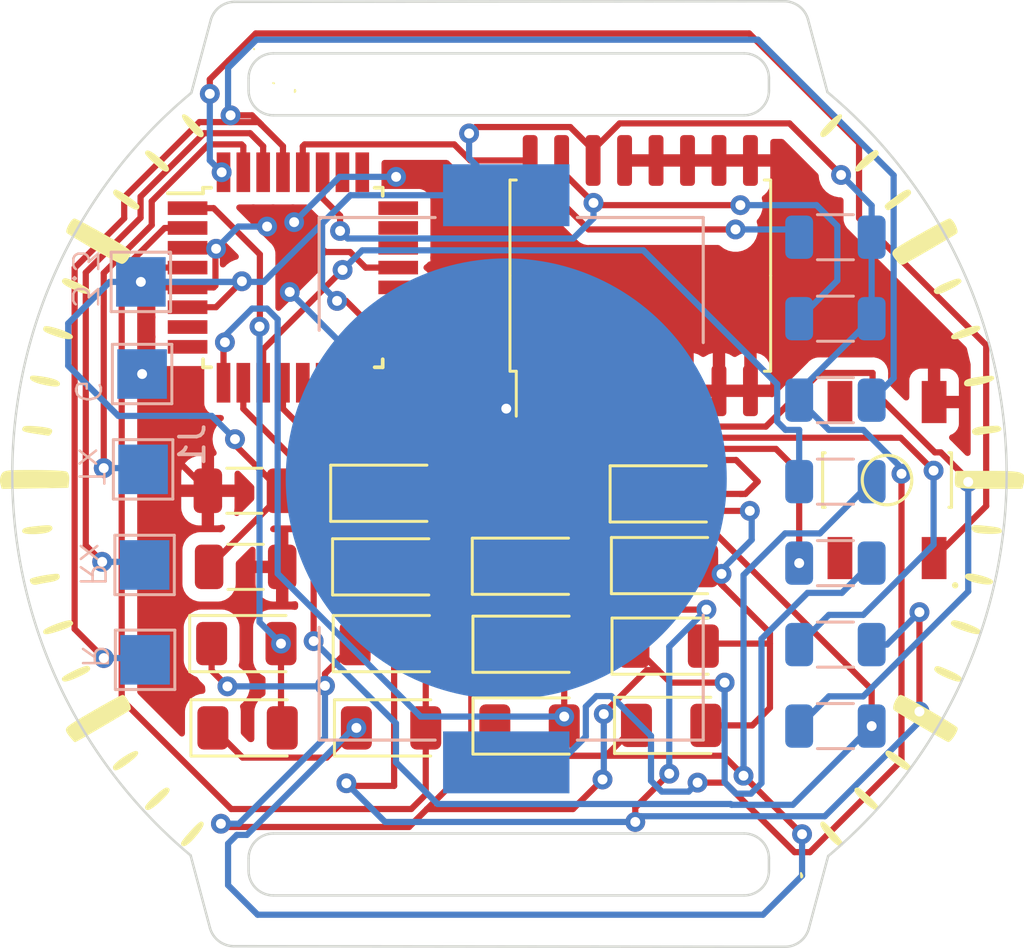
<source format=kicad_pcb>
(kicad_pcb (version 20221018) (generator pcbnew)
  (layers (0 "F.Cu" signal) (31 "B.Cu" signal) (34 "B.Paste" user) (35 "F.Paste" user) (36 "B.SilkS" user "B.Silkscreen") (37 "F.SilkS" user "F.Silkscreen") (38 "B.Mask" user) (39 "F.Mask" user) (44 "Edge.Cuts" user))
  (net 0 "")
  (net 1 "GND")
  (net 2 "+3.3V")
  (net 3 "Net-(D11-K)")
  (net 4 "Net-(D1-K)")
  (net 5 "Net-(D1-A)")
  (net 6 "Net-(D13-K)")
  (net 7 "Net-(D10-K)")
  (net 8 "Net-(D3-A)")
  (net 9 "Net-(D10-A)")
  (net 10 "Net-(D7-A)")
  (net 11 "RST")
  (net 12 "RX")
  (net 13 "TX")
  (net 14 "Net-(U1-SCL)")
  (net 15 "Net-(U1-SDA)")
  (net 16 "Net-(U2-PD7)")
  (net 17 "Net-(U2-PB0)")
  (net 18 "Net-(U2-PB1)")
  (net 19 "Net-(U2-PB2)")
  (net 20 "Net-(SW1-A)")
  (footprint "LED_SMD:LED_1206_3216Metric" (layer "F.Cu") (at 100.8126 103.7082)
    (fp_text reference "D7" hide)
    (fp_text value "LED" hide)
  )
  (footprint "LED_SMD:LED_1206_3216Metric" (layer "F.Cu") (at 95.1992 106.8324)
    (fp_text reference "D5" hide)
    (fp_text value "LED" hide)
  )
  (footprint "LED_SMD:LED_1206_3216Metric" (layer "F.Cu") (at 95.0976 100.7618)
    (fp_text reference "D3" hide)
    (fp_text value "LED" hide)
  )
  (footprint "LED_SMD:LED_1206_3216Metric" (layer "F.Cu") (at 106.3752 100.7872)
    (fp_text reference "D10" hide)
    (fp_text value "LED" hide)
  )
  (footprint "Capacitor_SMD:C_1206_3216Metric" (layer "F.Cu") (at 89.3318 100.6602)
    (fp_text reference "C1" hide)
    (fp_text value "1uf" hide)
  )
  (footprint "Capacitor_SMD:C_1206_3216Metric" (layer "F.Cu") (at 89.3808 103.7336)
    (fp_text reference "C2" hide)
    (fp_text value "0.1u" hide)
  )
  (footprint "LED_SMD:LED_1206_3216Metric" (layer "F.Cu") (at 95.25 110.236)
    (fp_text reference "D6" hide)
    (fp_text value "LED" hide)
  )
  (footprint "Switch:SW_TL3342F160QG" (layer "F.Cu") (at 115.2652 100.2284 90)
    (fp_text reference "SW1" hide)
    (fp_text value "SW_SPST" hide)
  )
  (footprint "LED_SMD:LED_1206_3216Metric" (layer "F.Cu") (at 89.4588 110.236)
    (fp_text reference "D2" hide)
    (fp_text value "LED" hide)
  )
  (footprint "LED_SMD:LED_1206_3216Metric" (layer "F.Cu") (at 100.838 106.8578)
    (fp_text reference "D8" hide)
    (fp_text value "LED" hide)
  )
  (footprint "LED_SMD:LED_1206_3216Metric" (layer "F.Cu") (at 95.1738 103.7336)
    (fp_text reference "D4" hide)
    (fp_text value "LED" hide)
  )
  (footprint "Package_QFP:TQFP-32_7x7mm_P0.8mm" (layer "F.Cu") (at 91.2876 92.0496)
    (fp_text reference "U2" hide)
    (fp_text value "ATmega328P-A" hide)
  )
  (footprint "LED_SMD:LED_1206_3216Metric" (layer "F.Cu") (at 106.553 110.1344)
    (fp_text reference "D13" hide)
    (fp_text value "LED" hide)
  )
  (footprint "LED_SMD:LED_1206_3216Metric" (layer "F.Cu") (at 89.408 106.8324)
    (fp_text reference "D1" hide)
    (fp_text value "LED" hide)
  )
  (footprint "LED_SMD:LED_1206_3216Metric" (layer "F.Cu") (at 100.838 110.1598)
    (fp_text reference "D9" hide)
    (fp_text value "LED" hide)
  )
  (footprint "LED_SMD:LED_1206_3216Metric" (layer "F.Cu") (at 106.426 103.6828)
    (fp_text reference "D11" hide)
    (fp_text value "LED" hide)
  )
  (footprint "LED_SMD:LED_1206_3216Metric" (layer "F.Cu") (at 106.4514 106.934)
    (fp_text reference "D12" hide)
    (fp_text value "LED" hide)
  )
  (footprint "Package_SO:SOIC-16W_7.5x10.3mm_P1.27mm" (layer "F.Cu") (at 105.3084 91.9734 90)
    (fp_text reference "U1" hide)
    (fp_text value "DS3231M" hide)
  )
  (footprint "Resistor_SMD:R_1206_3216Metric" (layer "B.Cu") (at 113.1824 100.2926 180)
    (fp_text reference "R4" hide)
    (fp_text value "100" hide)
  )
  (footprint "Resistor_SMD:R_1206_3216Metric" (layer "B.Cu") (at 113.1824 90.4226 180)
    (fp_text reference "R1" hide)
    (fp_text value "4.7k" hide)
  )
  (footprint "Resistor_SMD:R_1206_3216Metric" (layer "B.Cu") (at 113.1824 97.0026 180)
    (fp_text reference "R3" hide)
    (fp_text value "10k" hide)
  )
  (footprint "Resistor_SMD:R_1206_3216Metric" (layer "B.Cu") (at 113.1824 93.7126 180)
    (fp_text reference "R2" hide)
    (fp_text value "4.7k" hide)
  )
  (footprint "Resistor_SMD:R_1206_3216Metric" (layer "B.Cu") (at 113.1824 106.8726 180)
    (fp_text reference "R6" hide)
    (fp_text value "100" hide)
  )
  (footprint "Resistor_SMD:R_1206_3216Metric" (layer "B.Cu") (at 113.1824 110.1626 180)
    (fp_text reference "R7" hide)
    (fp_text value "100" hide)
  )
  (footprint "Resistor_SMD:R_1206_3216Metric" (layer "B.Cu") (at 113.1824 103.5826 180)
    (fp_text reference "R5" hide)
    (fp_text value "100" hide)
  )
  (footprint "battery_holder_metal_smd:BAT_BAT-HLD-002-SMT-TR" (layer "B.Cu") (at 99.8982 100.1776 -90)
    (fp_text reference "U3" hide)
    (fp_text value "HU2032-LF" hide)
  )
  (footprint "connector:TestPoint_Pad_2.0x2.0mm" (layer "B.Cu") (at 85.2324 98.8066 90)
    (fp_text reference "J1")
    (fp_text value "Conn_01x05_Pin" hide)
  )
  (gr_poly (pts (xy 112.689864 114.058109) (xy 112.702462 114.064543) (xy 112.736706 114.089043) (xy 112.781428 114.127291) (xy 112.834726 114.177169) (xy 112.894697 114.23656) (xy 112.959437 114.303349) (xy 113.095612 114.450652) (xy 113.228027 114.602146) (xy 113.288068 114.674173) (xy 113.341459 114.740897) (xy 113.386299 114.800203) (xy 113.420683 114.849974) (xy 113.442709 114.888094) (xy 113.448493 114.902122) (xy 113.450474 114.912445) (xy 113.449744 114.926861) (xy 113.447582 114.939493) (xy 113.44403 114.950366) (xy 113.439128 114.959503) (xy 113.432918 114.966929) (xy 113.425442 114.972667) (xy 113.416741 114.976742) (xy 113.406857 114.979177) (xy 113.395831 114.979996) (xy 113.383705 114.979224) (xy 113.370519 114.976884) (xy 113.356316 114.973001) (xy 113.325024 114.960699) (xy 113.290159 114.942511) (xy 113.252054 114.918628) (xy 113.21104 114.889243) (xy 113.167448 114.854547) (xy 113.121611 114.814732) (xy 113.073861 114.76999) (xy 113.024529 114.720513) (xy 112.973946 114.666493) (xy 112.922445 114.608122) (xy 112.868721 114.544296) (xy 112.843719 114.513701) (xy 112.819965 114.483999) (xy 112.797462 114.4552) (xy 112.776216 114.427314) (xy 112.756232 114.40035) (xy 112.737513 114.37432) (xy 112.720066 114.349233) (xy 112.703894 114.325099) (xy 112.689003 114.301929) (xy 112.675397 114.279732) (xy 112.663081 114.25852) (xy 112.652061 114.238301) (xy 112.64234 114.219086) (xy 112.633923 114.200886) (xy 112.626816 114.18371) (xy 112.621024 114.167569) (xy 112.61655 114.152473) (xy 112.6134 114.138431) (xy 112.611578 114.125455) (xy 112.61109 114.113553) (xy 112.61194 114.102737) (xy 112.614133 114.093016) (xy 112.615734 114.08857) (xy 112.617674 114.084401) (xy 112.619951 114.080512) (xy 112.622567 114.076902) (xy 112.625522 114.073574) (xy 112.628817 114.070529) (xy 112.632453 114.067767) (xy 112.63643 114.065291) (xy 112.64541 114.0612) (xy 112.655762 114.058265) (xy 112.66749 114.056497) (xy 112.680599 114.055905)) (stroke (width 0.076328)) (fill solid) (layer "F.SilkS"))
  (gr_poly (pts (xy 81.404944 102.091276) (xy 81.42124 102.092007) (xy 81.436333 102.093121) (xy 81.450259 102.094626) (xy 81.450255 102.09463) (xy 81.463056 102.096526) (xy 81.469048 102.097621) (xy 81.474774 102.098814) (xy 81.480238 102.100106) (xy 81.485444 102.101497) (xy 81.490398 102.102987) (xy 81.495103 102.104576) (xy 81.499564 102.106265) (xy 81.503785 102.108054) (xy 81.507771 102.109943) (xy 81.511526 102.111933) (xy 81.515055 102.114023) (xy 81.518361 102.116214) (xy 81.521451 102.118506) (xy 81.524327 102.1209) (xy 81.526994 102.123396) (xy 81.529458 102.125994) (xy 81.531721 102.128694) (xy 81.533789 102.131497) (xy 81.535666 102.134403) (xy 81.537357 102.137411) (xy 81.538866 102.140523) (xy 81.540197 102.143739) (xy 81.541355 102.147059) (xy 81.542344 102.150483) (xy 81.543169 102.154012) (xy 81.543833 102.157645) (xy 81.544343 102.161383) (xy 81.544701 102.165226) (xy 81.544913 102.169176) (xy 81.544983 102.17323) (xy 81.544673 102.178944) (xy 81.543753 102.18469) (xy 81.542237 102.190459) (xy 81.540141 102.196244) (xy 81.537479 102.202034) (xy 81.534265 102.207822) (xy 81.526242 102.219354) (xy 81.516189 102.230769) (xy 81.504223 102.241996) (xy 81.490461 102.252965) (xy 81.475021 102.263605) (xy 81.45802 102.273846) (xy 81.439576 102.283617) (xy 81.419805 102.292847) (xy 81.398824 102.301465) (xy 81.376751 102.309401) (xy 81.353704 102.316585) (xy 81.329798 102.322946) (xy 81.305153 102.328412) (xy 81.233699 102.341284) (xy 81.159487 102.352036) (xy 81.083534 102.360701) (xy 81.006855 102.36731) (xy 80.930469 102.371897) (xy 80.855391 102.374494) (xy 80.782638 102.375133) (xy 80.713227 102.373848) (xy 80.648174 102.37067) (xy 80.588497 102.365633) (xy 80.535212 102.358768) (xy 80.489335 102.350109) (xy 80.451883 102.339688) (xy 80.436634 102.333827) (xy 80.423873 102.327537) (xy 80.413726 102.320823) (xy 80.406322 102.313689) (xy 80.401785 102.30614) (xy 80.400245 102.298178) (xy 80.401425 102.279845) (xy 80.405345 102.263162) (xy 80.412575 102.247968) (xy 80.423685 102.234102) (xy 80.439247 102.221403) (xy 80.45983 102.209711) (xy 80.486005 102.198864) (xy 80.518343 102.188702) (xy 80.557413 102.179065) (xy 80.603787 102.16979) (xy 80.720725 102.151688) (xy 80.87372 102.133108) (xy 81.067337 102.112765) (xy 81.136049 102.10608) (xy 81.198233 102.100523) (xy 81.254176 102.096161) (xy 81.304162 102.093062) (xy 81.348478 102.091292) (xy 81.387409 102.090918)) (stroke (width 0.076328)) (fill solid) (layer "F.SilkS"))
  (gr_poly (pts (xy 114.825092 86.94231) (xy 114.827041 86.942446) (xy 114.828934 86.942654) (xy 114.83077 86.942933) (xy 114.832548 86.943284) (xy 114.83427 86.943709) (xy 114.835933 86.944208) (xy 114.837539 86.944782) (xy 114.839086 86.945431) (xy 114.840575 86.946157) (xy 114.842006 86.946961) (xy 114.843377 86.947843) (xy 114.844689 86.948804) (xy 114.845942 86.949845) (xy 114.847135 86.950967) (xy 114.863076 86.96858) (xy 114.875164 86.986211) (xy 114.879657 86.995176) (xy 114.883058 87.004316) (xy 114.885324 87.013688) (xy 114.886414 87.023348) (xy 114.886283 87.033352) (xy 114.88489 87.043759) (xy 114.882191 87.054624) (xy 114.878143 87.066004) (xy 114.872705 87.077956) (xy 114.865832 87.090537) (xy 114.847613 87.11781) (xy 114.823144 87.148277) (xy 114.792082 87.182391) (xy 114.754085 87.220607) (xy 114.708811 87.263377) (xy 114.655917 87.311156) (xy 114.59506 87.364396) (xy 114.448088 87.489074) (xy 114.399961 87.528857) (xy 114.354989 87.564966) (xy 114.313098 87.597442) (xy 114.274212 87.626331) (xy 114.238258 87.651674) (xy 114.221356 87.663029) (xy 114.205159 87.673515) (xy 114.189657 87.683135) (xy 114.174841 87.691896) (xy 114.160702 87.699803) (xy 114.14723 87.706861) (xy 114.134416 87.713076) (xy 114.12225 87.718452) (xy 114.110723 87.722996) (xy 114.099827 87.726713) (xy 114.08955 87.729609) (xy 114.079885 87.731687) (xy 114.070821 87.732955) (xy 114.06235 87.733417) (xy 114.054462 87.733078) (xy 114.047147 87.731945) (xy 114.040397 87.730022) (xy 114.034202 87.727315) (xy 114.028552 87.723829) (xy 114.023438 87.719569) (xy 114.018851 87.714541) (xy 114.014782 87.708751) (xy 114.01058 87.697453) (xy 114.010149 87.683581) (xy 114.013293 87.667313) (xy 114.019817 87.648827) (xy 114.029524 87.6283) (xy 114.04222 87.605909) (xy 114.075794 87.556247) (xy 114.118976 87.501261) (xy 114.1702 87.442369) (xy 114.227903 87.380991) (xy 114.290519 87.318548) (xy 114.356485 87.256458) (xy 114.424236 87.196141) (xy 114.492208 87.139016) (xy 114.558836 87.086504) (xy 114.622557 87.040023) (xy 114.681804 87.000994) (xy 114.735016 86.970836) (xy 114.758869 86.959526) (xy 114.780626 86.950967) (xy 114.780629 86.950967) (xy 114.786423 86.949042) (xy 114.792008 86.947342) (xy 114.797383 86.945873) (xy 114.802545 86.944643) (xy 114.807492 86.943658) (xy 114.812223 86.942926) (xy 114.816734 86.942452) (xy 114.821025 86.942245)) (stroke (width 0.076328)) (fill solid) (layer "F.SilkS"))
  (gr_poly (pts (xy 89.715701 82.819767) (xy 89.717121 82.82119) (xy 89.717833 82.821879) (xy 89.718526 82.822522) (xy 89.719182 82.8231) (xy 89.719786 82.823589) (xy 89.720321 82.823967) (xy 89.720557 82.824108) (xy 89.72077 82.824213) (xy 89.720958 82.82428) (xy 89.721118 82.824306) (xy 89.721249 82.824287) (xy 89.721303 82.82426) (xy 89.721349 82.824221) (xy 89.721414 82.824107) (xy 89.721444 82.823939) (xy 89.721437 82.823717) (xy 89.72139 82.823437) (xy 89.725414 82.83355) (xy 89.724866 82.833083) (xy 89.724345 82.832609) (xy 89.723382 82.831641) (xy 89.72251 82.830651) (xy 89.721716 82.829641) (xy 89.720987 82.828617) (xy 89.720308 82.827581) (xy 89.71905 82.82549) (xy 89.71783 82.823398) (xy 89.717202 82.822362) (xy 89.716542 82.821336) (xy 89.715838 82.820326) (xy 89.715075 82.819334) (xy 89.714241 82.818365) (xy 89.713321 82.817421) (xy 89.713341 82.817351)) (stroke (width 0.076328)) (fill solid) (layer "F.SilkS"))
  (gr_poly (pts (xy 86.213698 112.686432) (xy 86.226923 112.688471) (xy 86.238528 112.691537) (xy 86.248513 112.695626) (xy 86.256881 112.700735) (xy 86.263635 112.706861) (xy 86.268776 112.714002) (xy 86.272307 112.722153) (xy 86.274231 112.731312) (xy 86.274549 112.741475) (xy 86.273263 112.752639) (xy 86.270376 112.764801) (xy 86.265891 112.777958) (xy 86.259809 112.792106) (xy 86.252133 112.807243) (xy 86.232006 112.840468) (xy 86.20553 112.877608) (xy 86.172721 112.918638) (xy 86.133598 112.963532) (xy 86.08818 113.012263) (xy 86.036483 113.064807) (xy 85.978527 113.121138) (xy 85.914329 113.181231) (xy 85.881326 113.211344) (xy 85.849267 113.240059) (xy 85.818158 113.267371) (xy 85.788006 113.293278) (xy 85.758818 113.317777) (xy 85.730601 113.340865) (xy 85.703362 113.362541) (xy 85.677107 113.3828) (xy 85.651843 113.401641) (xy 85.627577 113.419061) (xy 85.604316 113.435056) (xy 85.582067 113.449625) (xy 85.560837 113.462764) (xy 85.540632 113.474471) (xy 85.521459 113.484743) (xy 85.503326 113.493578) (xy 85.486238 113.500971) (xy 85.470204 113.506922) (xy 85.455229 113.511427) (xy 85.44132 113.514484) (xy 85.428485 113.516089) (xy 85.416731 113.51624) (xy 85.41126 113.515769) (xy 85.406063 113.514934) (xy 85.401139 113.513734) (xy 85.396489 113.512169) (xy 85.392114 113.510239) (xy 85.388016 113.507942) (xy 85.384194 113.505279) (xy 85.38065 113.50225) (xy 85.377385 113.498854) (xy 85.374399 113.495091) (xy 85.371693 113.49096) (xy 85.369269 113.486461) (xy 85.367126 113.481594) (xy 85.365267 113.476358) (xy 85.3624 113.464779) (xy 85.360675 113.451722) (xy 85.360098 113.437184) (xy 85.362108 113.425439) (xy 85.367981 113.410804) (xy 85.390383 113.373717) (xy 85.425437 113.327629) (xy 85.471274 113.274245) (xy 85.526026 113.215272) (xy 85.587825 113.152414) (xy 85.654803 113.087378) (xy 85.72509 113.021869) (xy 85.79682 112.957593) (xy 85.868124 112.896255) (xy 85.937133 112.839561) (xy 86.001979 112.789217) (xy 86.060795 112.746927) (xy 86.111711 112.714399) (xy 86.15286 112.693337) (xy 86.169188 112.687639) (xy 86.182373 112.685448) (xy 86.198848 112.685423)) (stroke (width 0.076328)) (fill solid) (layer "F.SilkS"))
  (gr_poly (pts (xy 119.427518 96.055275) (xy 119.454295 96.056562) (xy 119.454291 96.056566) (xy 119.466526 96.057573) (xy 119.472346 96.05817) (xy 119.477966 96.05883) (xy 119.483388 96.059553) (xy 119.488611 96.060338) (xy 119.493636 96.061186) (xy 119.498462 96.062097) (xy 119.50309 96.063071) (xy 119.50752 96.064107) (xy 119.511752 96.065207) (xy 119.515786 96.066369) (xy 119.519622 96.067595) (xy 119.52326 96.068884) (xy 119.526701 96.070235) (xy 119.529944 96.07165) (xy 119.53299 96.073128) (xy 119.535838 96.07467) (xy 119.53849 96.076275) (xy 119.540944 96.077943) (xy 119.543201 96.079674) (xy 119.545261 96.081469) (xy 119.547125 96.083328) (xy 119.548792 96.08525) (xy 119.550263 96.087235) (xy 119.551537 96.089285) (xy 119.552614 96.091398) (xy 119.553496 96.093574) (xy 119.554182 96.095815) (xy 119.554671 96.098119) (xy 119.554965 96.100487) (xy 119.555062 96.10292) (xy 119.554062 96.111562) (xy 119.551086 96.120353) (xy 119.539361 96.13833) (xy 119.520197 96.156742) (xy 119.493904 96.175484) (xy 119.460791 96.194448) (xy 119.421166 96.213527) (xy 119.375339 96.232613) (xy 119.323619 96.251601) (xy 119.266315 96.270382) (xy 119.203736 96.28885) (xy 119.136191 96.306898) (xy 119.06399 96.324419) (xy 118.906854 96.35745) (xy 118.734801 96.387088) (xy 118.688625 96.393957) (xy 118.646759 96.399558) (xy 118.627384 96.401872) (xy 118.609018 96.403856) (xy 118.591638 96.405504) (xy 118.57522 96.406813) (xy 118.559742 96.407778) (xy 118.545181 96.408394) (xy 118.531513 96.408657) (xy 118.518717 96.408562) (xy 118.506768 96.408105) (xy 118.495644 96.407282) (xy 118.485323 96.406087) (xy 118.47578 96.404517) (xy 118.466993 96.402566) (xy 118.45894 96.400231) (xy 118.451597 96.397506) (xy 118.444941 96.394388) (xy 118.43895 96.390871) (xy 118.4336 96.386952) (xy 118.428868 96.382625) (xy 118.424732 96.377886) (xy 118.421169 96.372731) (xy 118.418155 96.367155) (xy 118.415667 96.361153) (xy 118.413684 96.354722) (xy 118.412181 96.347856) (xy 118.411136 96.340551) (xy 118.410525 96.332803) (xy 118.410327 96.324607) (xy 118.412063 96.302263) (xy 118.417583 96.281556) (xy 118.427359 96.262325) (xy 118.441862 96.244412) (xy 118.461563 96.227661) (xy 118.486932 96.211911) (xy 118.518442 96.197005) (xy 118.556561 96.182784) (xy 118.601763 96.16909) (xy 118.654517 96.155766) (xy 118.715295 96.142651) (xy 118.784567 96.129589) (xy 118.950478 96.102989) (xy 119.156019 96.074697) (xy 119.203747 96.068809) (xy 119.248509 96.063975) (xy 119.290297 96.060185) (xy 119.329101 96.05743) (xy 119.364912 96.0557) (xy 119.397721 96.054985)) (stroke (width 0.076328)) (fill solid) (layer "F.SilkS"))
  (gr_poly (pts (xy 81.382514 94.054231) (xy 81.442372 94.062792) (xy 81.511087 94.076291) (xy 81.586806 94.094125) (xy 81.667675 94.115689) (xy 81.751842 94.140377) (xy 81.837453 94.167585) (xy 81.922657 94.196709) (xy 82.005599 94.227143) (xy 82.084428 94.258282) (xy 82.15729 94.289523) (xy 82.222333 94.32026) (xy 82.277704 94.349888) (xy 82.32155 94.377803) (xy 82.338571 94.39093) (xy 82.352017 94.4034) (xy 82.361655 94.415141) (xy 82.367254 94.426075) (xy 82.370133 94.437155) (xy 82.371114 94.447367) (xy 82.37023 94.456714) (xy 82.367513 94.465201) (xy 82.362996 94.472829) (xy 82.356709 94.479601) (xy 82.348687 94.485522) (xy 82.33896 94.490593) (xy 82.314523 94.498201) (xy 82.283655 94.50245) (xy 82.246615 94.503364) (xy 82.20366 94.500968) (xy 82.155047 94.495287) (xy 82.101035 94.486346) (xy 82.04188 94.474169) (xy 81.977842 94.458782) (xy 81.909176 94.440208) (xy 81.836141 94.418473) (xy 81.758994 94.393601) (xy 81.677993 94.365617) (xy 81.604657 94.339184) (xy 81.539259 94.314914) (xy 81.481466 94.292564) (xy 81.455317 94.282035) (xy 81.430945 94.271895) (xy 81.408308 94.262116) (xy 81.387364 94.252666) (xy 81.368072 94.243516) (xy 81.350391 94.234636) (xy 81.334278 94.225996) (xy 81.319692 94.217565) (xy 81.306592 94.209313) (xy 81.294936 94.201211) (xy 81.284682 94.193228) (xy 81.275789 94.185334) (xy 81.268215 94.1775) (xy 81.261919 94.169694) (xy 81.256858 94.161888) (xy 81.252993 94.15405) (xy 81.25028 94.146151) (xy 81.248679 94.138161) (xy 81.248147 94.130049) (xy 81.248644 94.121786) (xy 81.250127 94.113341) (xy 81.252555 94.104685) (xy 81.255887 94.095787) (xy 81.26008 94.086617) (xy 81.265094 94.077145) (xy 81.270887 94.067342) (xy 81.272436 94.065199) (xy 81.274328 94.063231) (xy 81.276558 94.061432) (xy 81.279118 94.059798) (xy 81.282003 94.058322) (xy 81.285206 94.057001) (xy 81.288721 94.05583) (xy 81.292542 94.054804) (xy 81.296663 94.053917) (xy 81.301077 94.053165) (xy 81.305777 94.052544) (xy 81.310759 94.052047) (xy 81.316015 94.051671) (xy 81.321539 94.05141) (xy 81.333365 94.051215)) (stroke (width 0.076328)) (fill solid) (layer "F.SilkS"))
  (gr_poly (pts (xy 118.923557 94.036365) (xy 118.941457 94.038703) (xy 118.956616 94.042316) (xy 118.969088 94.047138) (xy 118.978926 94.053102) (xy 118.986183 94.060141) (xy 118.990912 94.068189) (xy 118.993168 94.07718) (xy 118.993003 94.087045) (xy 118.99047 94.09772) (xy 118.985624 94.109137) (xy 118.978516 94.121229) (xy 118.969202 94.133931) (xy 118.957733 94.147174) (xy 118.944164 94.160893) (xy 118.910936 94.189492) (xy 118.869947 94.219193) (xy 118.821621 94.249464) (xy 118.766387 94.27977) (xy 118.70467 94.30958) (xy 118.636898 94.33836) (xy 118.563497 94.365576) (xy 118.476488 94.394926) (xy 118.395303 94.420915) (xy 118.319983 94.443538) (xy 118.250566 94.462794) (xy 118.187092 94.478678) (xy 118.157596 94.485355) (xy 118.129601 94.491189) (xy 118.10311 94.496178) (xy 118.078131 94.500322) (xy 118.054666 94.503622) (xy 118.032722 94.506076) (xy 118.012302 94.507685) (xy 117.993413 94.508447) (xy 117.976059 94.508363) (xy 117.960244 94.507432) (xy 117.945975 94.505653) (xy 117.933255 94.503028) (xy 117.92209 94.499554) (xy 117.912484 94.495232) (xy 117.904443 94.490061) (xy 117.897971 94.484041) (xy 117.893073 94.477171) (xy 117.889755 94.469452) (xy 117.888021 94.460883) (xy 117.887876 94.451463) (xy 117.889325 94.441192) (xy 117.892373 94.430069) (xy 117.896886 94.421203) (xy 117.90473 94.411396) (xy 117.929711 94.389251) (xy 117.96592 94.364217) (xy 118.011963 94.336877) (xy 118.066442 94.307814) (xy 118.127964 94.27761) (xy 118.266552 94.216115) (xy 118.416561 94.157053) (xy 118.566829 94.105088) (xy 118.63857 94.083224) (xy 118.70619 94.064883) (xy 118.768292 94.050648) (xy 118.823481 94.041102) (xy 118.852878 94.037671) (xy 118.879321 94.035783) (xy 118.902862 94.03537)) (stroke (width 0.076328)) (fill solid) (layer "F.SilkS"))
  (gr_poly (pts (xy 84.425018 108.94231) (xy 84.435905 108.946359) (xy 84.447464 108.952861) (xy 84.45961 108.961654) (xy 84.472259 108.972576) (xy 84.485328 108.985467) (xy 84.512387 109.016508) (xy 84.540115 109.053487) (xy 84.56784 109.095112) (xy 84.59489 109.140094) (xy 84.620592 109.187142) (xy 84.644275 109.234964) (xy 84.665266 109.282271) (xy 84.682893 109.327772) (xy 84.696483 109.370176) (xy 84.705365 109.408193) (xy 84.707831 109.425152) (xy 84.708867 109.440531) (xy 84.70839 109.454168) (xy 84.706316 109.465901) (xy 84.702561 109.475569) (xy 84.69704 109.483012) (xy 84.584917 109.557537) (xy 84.331357 109.712619) (xy 83.589962 110.152883) (xy 82.852914 110.580672) (xy 82.604789 110.720159) (xy 82.500274 110.772853) (xy 82.496506 110.771805) (xy 82.491226 110.76873) (xy 82.484532 110.763733) (xy 82.476519 110.756918) (xy 82.456928 110.738252) (xy 82.433228 110.713566) (xy 82.406194 110.683695) (xy 82.376602 110.649474) (xy 82.345226 110.611736) (xy 82.312844 110.571317) (xy 82.277076 110.52528) (xy 82.246249 110.483991) (xy 82.220421 110.446918) (xy 82.209399 110.429796) (xy 82.199648 110.413527) (xy 82.191174 110.398046) (xy 82.183986 110.383285) (xy 82.178089 110.369177) (xy 82.173492 110.355656) (xy 82.1702 110.342656) (xy 82.168222 110.330109) (xy 82.167565 110.317949) (xy 82.168234 110.306109) (xy 82.170238 110.294522) (xy 82.173584 110.283122) (xy 82.178278 110.271842) (xy 82.184328 110.260616) (xy 82.19174 110.249375) (xy 82.200522 110.238055) (xy 82.210682 110.226588) (xy 82.222225 110.214907) (xy 82.235159 110.202946) (xy 82.249491 110.190637) (xy 82.282379 110.164713) (xy 82.320943 110.1366) (xy 82.365242 110.105765) (xy 82.550807 109.986768) (xy 82.822948 109.822406) (xy 83.148469 109.631558) (xy 83.494173 109.433106) (xy 83.826863 109.245931) (xy 84.113342 109.088913) (xy 84.320415 108.980934) (xy 84.3838 108.951234) (xy 84.414884 108.940875) (xy 84.414886 108.940875)) (stroke (width 0.076328)) (fill solid) (layer "F.SilkS"))
  (gr_poly (pts (xy 83.003729 107.766404) (xy 83.014194 107.769937) (xy 83.036265 107.785392) (xy 83.045219 107.793301) (xy 83.052768 107.801349) (xy 83.0589 107.809548) (xy 83.063602 107.81791) (xy 83.06686 107.826449) (xy 83.068662 107.835178) (xy 83.068995 107.844108) (xy 83.067845 107.853254) (xy 83.0652 107.862627) (xy 83.061047 107.872241) (xy 83.055373 107.882109) (xy 83.048165 107.892242) (xy 83.029095 107.913358) (xy 83.003734 107.935692) (xy 82.971977 107.959346) (xy 82.933723 107.984423) (xy 82.888866 108.011024) (xy 82.837304 108.039252) (xy 82.778933 108.06921) (xy 82.71365 108.100998) (xy 82.64135 108.134721) (xy 82.55804 108.172276) (xy 82.481254 108.205642) (xy 82.445258 108.220763) (xy 82.410833 108.234848) (xy 82.377961 108.247901) (xy 82.34662 108.259926) (xy 82.316791 108.270925) (xy 82.288454 108.280903) (xy 82.26159 108.289864) (xy 82.236179 108.297811) (xy 82.2122 108.304748) (xy 82.189634 108.310679) (xy 82.168461 108.315608) (xy 82.148662 108.319537) (xy 82.130216 108.322471) (xy 82.113104 108.324414) (xy 82.097306 108.325369) (xy 82.082802 108.32534) (xy 82.069572 108.324331) (xy 82.057596 108.322345) (xy 82.046855 108.319387) (xy 82.037329 108.315459) (xy 82.033015 108.313133) (xy 82.028998 108.310566) (xy 82.025274 108.307759) (xy 82.021842 108.304711) (xy 82.018698 108.301425) (xy 82.015841 108.297899) (xy 82.013268 108.294134) (xy 82.010976 108.290132) (xy 82.007226 108.281414) (xy 82.004572 108.27175) (xy 82.002995 108.261143) (xy 82.002473 108.249596) (xy 82.005131 108.239844) (xy 82.012891 108.228221) (xy 82.04242 108.199976) (xy 82.088474 108.166087) (xy 82.148467 108.127782) (xy 82.219813 108.086285) (xy 82.299924 108.042824) (xy 82.386216 107.998625) (xy 82.476101 107.954914) (xy 82.566993 107.912917) (xy 82.656307 107.87386) (xy 82.741455 107.83897) (xy 82.819851 107.809472) (xy 82.888909 107.786594) (xy 82.946044 107.771561) (xy 82.988667 107.7656)) (stroke (width 0.076328)) (fill solid) (layer "F.SilkS"))
  (gr_poly (pts (xy 113.386628 85.494919) (xy 113.39351 85.496272) (xy 113.399344 85.498777) (xy 113.404121 85.502424) (xy 113.407835 85.507201) (xy 113.410475 85.5131) (xy 113.412034 85.520108) (xy 113.412503 85.528215) (xy 113.410138 85.547687) (xy 113.403313 85.571429) (xy 113.391959 85.599359) (xy 113.37601 85.631392) (xy 113.355398 85.667443) (xy 113.330056 85.70743) (xy 113.299916 85.751266) (xy 113.264911 85.798869) (xy 113.224973 85.850153) (xy 113.180034 85.905036) (xy 113.130028 85.963431) (xy 113.099989 85.997455) (xy 113.070719 86.02993) (xy 113.042228 86.06085) (xy 113.014529 86.090207) (xy 112.987635 86.117996) (xy 112.961557 86.144208) (xy 112.936308 86.168837) (xy 112.9119 86.191876) (xy 112.888346 86.213318) (xy 112.865656 86.233156) (xy 112.843844 86.251382) (xy 112.822921 86.267991) (xy 112.8029 86.282974) (xy 112.783794 86.296326) (xy 112.765613 86.308038) (xy 112.748371 86.318105) (xy 112.73208 86.326518) (xy 112.716751 86.333272) (xy 112.702397 86.338358) (xy 112.689031 86.341771) (xy 112.676663 86.343503) (xy 112.670858 86.343736) (xy 112.665308 86.343546) (xy 112.660013 86.342933) (xy 112.654975 86.341895) (xy 112.650197 86.340432) (xy 112.645679 86.338543) (xy 112.641423 86.336226) (xy 112.637431 86.333481) (xy 112.633704 86.330307) (xy 112.630243 86.326703) (xy 112.62705 86.322669) (xy 112.624127 86.318203) (xy 112.621475 86.313305) (xy 112.619096 86.307973) (xy 112.616991 86.302207) (xy 112.615162 86.296006) (xy 112.612337 86.282296) (xy 112.610633 86.266834) (xy 112.610062 86.249615) (xy 112.611998 86.237697) (xy 112.617677 86.222372) (xy 112.626909 86.203879) (xy 112.6395 86.182456) (xy 112.655261 86.158345) (xy 112.673998 86.131783) (xy 112.69552 86.10301) (xy 112.719635 86.072266) (xy 112.774878 86.005821) (xy 112.838194 85.934362) (xy 112.908048 85.859804) (xy 112.982906 85.784063) (xy 113.016123 85.75177) (xy 113.048129 85.72149) (xy 113.078909 85.693204) (xy 113.108445 85.666892) (xy 113.136721 85.642534) (xy 113.16372 85.62011) (xy 113.189425 85.5996) (xy 113.21382 85.580985) (xy 113.236887 85.564244) (xy 113.25861 85.549358) (xy 113.278972 85.536307) (xy 113.297957 85.525071) (xy 113.315547 85.51563) (xy 113.331726 85.507963) (xy 113.346476 85.502053) (xy 113.359782 85.497877) (xy 113.369756 85.495711) (xy 113.378708 85.494728)) (stroke (width 0.076328)) (fill solid) (layer "F.SilkS"))
  (gr_poly (pts (xy 119.697162 98.071746) (xy 119.7037 98.071988) (xy 119.710213 98.072451) (xy 119.716689 98.073129) (xy 119.72312 98.074018) (xy 119.729495 98.075111) (xy 119.735804 98.076405) (xy 119.742037 98.077894) (xy 119.748184 98.079574) (xy 119.754235 98.081438) (xy 119.760179 98.083483) (xy 119.766007 98.085703) (xy 119.771709 98.088094) (xy 119.777274 98.09065) (xy 119.782693 98.093366) (xy 119.787955 98.096238) (xy 119.79305 98.09926) (xy 119.797969 98.102427) (xy 119.802701 98.105735) (xy 119.807236 98.109179) (xy 119.811564 98.112753) (xy 119.815675 98.116452) (xy 119.819559 98.120272) (xy 119.823206 98.124207) (xy 119.826605 98.128254) (xy 119.829747 98.132405) (xy 119.832622 98.136657) (xy 119.835219 98.141005) (xy 119.837529 98.145444) (xy 119.839542 98.149968) (xy 119.841246 98.154573) (xy 119.842605 98.159893) (xy 119.843125 98.16517) (xy 119.842814 98.170401) (xy 119.841678 98.175583) (xy 119.839724 98.180715) (xy 119.836959 98.185793) (xy 119.829023 98.195782) (xy 119.817924 98.20553) (xy 119.803717 98.21502) (xy 119.786456 98.224232) (xy 119.766196 98.233149) (xy 119.74299 98.241752) (xy 119.716894 98.250022) (xy 119.687962 98.257941) (xy 119.656248 98.26549) (xy 119.621807 98.272651) (xy 119.584693 98.279405) (xy 119.544961 98.285734) (xy 119.502665 98.291619) (xy 119.346951 98.312941) (xy 119.194361 98.335695) (xy 119.062403 98.357068) (xy 119.009633 98.366358) (xy 118.968587 98.374247) (xy 118.951297 98.377291) (xy 118.933957 98.379393) (xy 118.916678 98.380579) (xy 118.899574 98.380874) (xy 118.882757 98.380301) (xy 118.866339 98.378886) (xy 118.850434 98.376654) (xy 118.835154 98.373629) (xy 118.820611 98.369836) (xy 118.806918 98.3653) (xy 118.800425 98.36276) (xy 118.794187 98.360045) (xy 118.788218 98.357156) (xy 118.782532 98.354097) (xy 118.777142 98.35087) (xy 118.772064 98.347479) (xy 118.767311 98.343928) (xy 118.762897 98.340218) (xy 118.758836 98.336353) (xy 118.755142 98.332337) (xy 118.75183 98.328172) (xy 118.748913 98.323862) (xy 118.74246 98.31226) (xy 118.737555 98.300864) (xy 118.734182 98.28968) (xy 118.732325 98.278716) (xy 118.731969 98.26798) (xy 118.733096 98.257479) (xy 118.735691 98.247221) (xy 118.739738 98.237214) (xy 118.74522 98.227465) (xy 118.752122 98.217982) (xy 118.760428 98.208773) (xy 118.770121 98.199845) (xy 118.793605 98.182863) (xy 118.822446 98.167097) (xy 118.856515 98.152609) (xy 118.895684 98.13946) (xy 118.939824 98.12771) (xy 118.988806 98.117421) (xy 119.042503 98.108654) (xy 119.100784 98.10147) (xy 119.163522 98.09593) (xy 119.230588 98.092095) (xy 119.684049 98.07194) (xy 119.690608 98.071728)) (stroke (width 0.076328)) (fill solid) (layer "F.SilkS"))
  (gr_poly (pts (xy 91.390073 84.512357) (xy 91.390025 84.513611) (xy 91.389882 84.514902) (xy 91.389651 84.516227) (xy 91.389333 84.517586) (xy 91.388456 84.520397) (xy 91.387284 84.523323) (xy 91.385849 84.526351) (xy 91.384183 84.529467) (xy 91.382318 84.53266) (xy 91.380285 84.535917) (xy 91.375848 84.542571) (xy 91.371128 84.549327) (xy 91.36638 84.556085) (xy 91.361862 84.562743) (xy 91.363538 84.540596) (xy 91.365059 84.518419) (xy 91.367942 84.474128)) (stroke (width 0.076328)) (fill solid) (layer "F.SilkS"))
  (gr_poly (pts (xy 85.434381 86.959531) (xy 85.455123 86.963525) (xy 85.478317 86.970673) (xy 85.503928 86.980955) (xy 85.531918 86.994353) (xy 85.562249 87.01085) (xy 85.594885 87.030424) (xy 85.629789 87.05306) (xy 85.666923 87.078736) (xy 85.706251 87.107436) (xy 85.747734 87.13914) (xy 85.791336 87.17383) (xy 85.83702 87.211487) (xy 85.934484 87.295628) (xy 85.984303 87.340328) (xy 86.029551 87.382024) (xy 86.070313 87.420839) (xy 86.106673 87.456895) (xy 86.138718 87.490314) (xy 86.153148 87.506073) (xy 86.166532 87.521219) (xy 86.178879 87.535766) (xy 86.190201 87.549731) (xy 86.200507 87.563128) (xy 86.209809 87.575973) (xy 86.218117 87.588281) (xy 86.225443 87.600068) (xy 86.231796 87.611348) (xy 86.237187 87.622136) (xy 86.241627 87.632449) (xy 86.245127 87.642302) (xy 86.247696 87.651709) (xy 86.249347 87.660686) (xy 86.25009 87.669249) (xy 86.249934 87.677412) (xy 86.248892 87.685191) (xy 86.246973 87.692601) (xy 86.244188 87.699658) (xy 86.240548 87.706376) (xy 86.236063 87.712771) (xy 86.230745 87.718858) (xy 86.22479 87.724441) (xy 86.21845 87.729225) (xy 86.211708 87.733199) (xy 86.204543 87.736355) (xy 86.196936 87.738681) (xy 86.18887 87.740168) (xy 86.180324 87.740805) (xy 86.171279 87.740582) (xy 86.151618 87.737517) (xy 86.129735 87.73089) (xy 86.105476 87.720619) (xy 86.07869 87.706625) (xy 86.049224 87.688824) (xy 86.016926 87.667136) (xy 85.981642 87.64148) (xy 85.943221 87.611773) (xy 85.901511 87.577934) (xy 85.856358 87.539882) (xy 85.755115 87.450814) (xy 85.715005 87.414405) (xy 85.675991 87.378309) (xy 85.638277 87.342745) (xy 85.60207 87.307929) (xy 85.567576 87.274079) (xy 85.535 87.241411) (xy 85.50455 87.210144) (xy 85.47643 87.180494) (xy 85.450848 87.152678) (xy 85.428008 87.126914) (xy 85.408116 87.103419) (xy 85.39138 87.082411) (xy 85.378004 87.064106) (xy 85.368195 87.048721) (xy 85.364692 87.042192) (xy 85.362158 87.036475) (xy 85.360619 87.031596) (xy 85.3601 87.027584) (xy 85.360143 87.024068) (xy 85.36027 87.02065) (xy 85.360483 87.017327) (xy 85.360778 87.0141) (xy 85.361157 87.010968) (xy 85.361619 87.007932) (xy 85.362162 87.00499) (xy 85.362786 87.002142) (xy 85.36349 86.999389) (xy 85.364275 86.996728) (xy 85.365139 86.994161) (xy 85.366081 86.991687) (xy 85.367101 86.989304) (xy 85.368198 86.987014) (xy 85.369371 86.984816) (xy 85.370621 86.982708) (xy 85.371946 86.980692) (xy 85.373345 86.978765) (xy 85.374819 86.976929) (xy 85.376366 86.975183) (xy 85.377985 86.973526) (xy 85.379676 86.971957) (xy 85.381439 86.970478) (xy 85.383272 86.969086) (xy 85.385176 86.967782) (xy 85.387149 86.966566) (xy 85.38919 86.965436) (xy 85.3913 86.964393) (xy 85.393477 86.963437) (xy 85.395721 86.962566) (xy 85.398031 86.961781) (xy 85.400406 86.96108) (xy 85.400408 86.961077) (xy 85.416131 86.958708)) (stroke (width 0.076328)) (fill solid) (layer "F.SilkS"))
  (gr_poly (pts (xy 80.841613 99.859577) (xy 81.084599 99.861064) (xy 81.315225 99.864935) (xy 81.528172 99.870936) (xy 81.718121 99.878815) (xy 81.87975 99.88832) (xy 82.007742 99.899199) (xy 82.057461 99.905074) (xy 82.096776 99.911198) (xy 82.125022 99.917539) (xy 82.141533 99.924066) (xy 82.152573 99.932347) (xy 82.162884 99.942678) (xy 82.172445 99.954962) (xy 82.181233 99.969104) (xy 82.189225 99.985005) (xy 82.196398 100.002571) (xy 82.20273 100.021704) (xy 82.208198 100.042309) (xy 82.212779 100.064289) (xy 82.216451 100.087547) (xy 82.219192 100.111987) (xy 82.220977 100.137513) (xy 82.221786 100.164028) (xy 82.221594 100.191436) (xy 82.22038 100.21964) (xy 82.21812 100.248544) (xy 82.193933 100.506513) (xy 80.877889 100.528677) (xy 79.563861 100.548832) (xy 79.517509 100.363416) (xy 79.513202 100.343696) (xy 79.509874 100.322917) (xy 79.507505 100.301253) (xy 79.506079 100.27888) (xy 79.505577 100.255971) (xy 79.505979 100.232704) (xy 79.50727 100.209252) (xy 79.509429 100.185791) (xy 79.512439 100.162496) (xy 79.516282 100.139542) (xy 79.520939 100.117104) (xy 79.526392 100.095358) (xy 79.532623 100.074478) (xy 79.539614 100.054639) (xy 79.547346 100.036017) (xy 79.555801 100.018786) (xy 79.571109 99.991972) (xy 79.58763 99.968319) (xy 79.606964 99.947632) (xy 79.630708 99.929715) (xy 79.660462 99.914372) (xy 79.697824 99.901408) (xy 79.744393 99.890628) (xy 79.801767 99.881835) (xy 79.871546 99.874834) (xy 79.955328 99.869429) (xy 80.171297 99.862627) (xy 80.462462 99.859863) (xy 80.841615 99.859573)) (stroke (width 0.076328)) (fill solid) (layer "F.SilkS"))
  (gr_poly (pts (xy 119.607044 99.896274) (xy 119.827065 99.897894) (xy 120.019287 99.901244) (xy 120.18538 99.906851) (xy 120.259149 99.910668) (xy 120.327013 99.915248) (xy 120.389179 99.920657) (xy 120.445856 99.926962) (xy 120.497253 99.93423) (xy 120.543578 99.942526) (xy 120.585041 99.951917) (xy 120.62185 99.962469) (xy 120.654214 99.974248) (xy 120.682342 99.987321) (xy 120.706441 100.001754) (xy 120.726722 100.017612) (xy 120.735495 100.026097) (xy 120.743392 100.034963) (xy 120.750438 100.044219) (xy 120.75666 100.053873) (xy 120.766735 100.074407) (xy 120.773826 100.096632) (xy 120.778142 100.120615) (xy 120.779891 100.146422) (xy 120.779281 100.174118) (xy 120.776523 100.203771) (xy 120.771823 100.235446) (xy 120.765392 100.269209) (xy 120.748168 100.343268) (xy 120.697786 100.544804) (xy 119.399877 100.544804) (xy 119.042376 100.543795) (xy 118.88939 100.542429) (xy 118.75247 100.540393) (xy 118.630785 100.537617) (xy 118.523501 100.53403) (xy 118.429787 100.529562) (xy 118.34881 100.524141) (xy 118.279738 100.517696) (xy 118.249406 100.514068) (xy 118.221739 100.510158) (xy 118.196631 100.505956) (xy 118.173979 100.501455) (xy 118.153679 100.496644) (xy 118.135627 100.491516) (xy 118.119719 100.486061) (xy 118.105851 100.48027) (xy 118.093918 100.474136) (xy 118.083817 100.467648) (xy 118.075444 100.460798) (xy 118.068694 100.453578) (xy 118.063465 100.445977) (xy 118.05965 100.437988) (xy 118.055557 100.425861) (xy 118.051844 100.411869) (xy 118.048518 100.396178) (xy 118.045585 100.378957) (xy 118.043053 100.360371) (xy 118.040928 100.340588) (xy 118.037925 100.298092) (xy 118.03663 100.252804) (xy 118.037095 100.206057) (xy 118.039375 100.159182) (xy 118.043523 100.113514) (xy 118.067714 99.895851) (xy 119.357555 99.895851)) (stroke (width 0.076328)) (fill solid) (layer "F.SilkS"))
  (gr_poly (pts (xy 84.963282 111.204266) (xy 84.96762 111.204501) (xy 84.97172 111.204944) (xy 84.975579 111.2056) (xy 84.979188 111.206473) (xy 84.980898 111.206992) (xy 84.982543 111.207566) (xy 84.984123 111.208197) (xy 84.985638 111.208884) (xy 84.987085 111.209629) (xy 84.988466 111.210431) (xy 84.989778 111.211291) (xy 84.991021 111.21221) (xy 84.992195 111.213188) (xy 84.993298 111.214226) (xy 84.997716 111.219341) (xy 85.001178 111.224897) (xy 85.003685 111.230896) (xy 85.005233 111.237339) (xy 85.005823 111.244229) (xy 85.005452 111.251566) (xy 85.004121 111.259354) (xy 85.001826 111.267593) (xy 84.994344 111.285432) (xy 84.982996 111.305097) (xy 84.967773 111.326602) (xy 84.948664 111.349961) (xy 84.925659 111.375187) (xy 84.898749 111.402294) (xy 84.867924 111.431297) (xy 84.833173 111.462207) (xy 84.794486 111.49504) (xy 84.751854 111.529809) (xy 84.705267 111.566527) (xy 84.654714 111.605209) (xy 84.577594 111.662681) (xy 84.541303 111.689129) (xy 84.506501 111.714059) (xy 84.47317 111.737479) (xy 84.441292 111.759395) (xy 84.410849 111.779814) (xy 84.381824 111.798742) (xy 84.354199 111.816186) (xy 84.327955 111.832152) (xy 84.303076 111.846647) (xy 84.279543 111.859677) (xy 84.257339 111.87125) (xy 84.236446 111.881372) (xy 84.216845 111.890048) (xy 84.19852 111.897287) (xy 84.181452 111.903094) (xy 84.165624 111.907475) (xy 84.151017 111.910439) (xy 84.137614 111.91199) (xy 84.131359 111.912239) (xy 84.125398 111.912136) (xy 84.119729 111.911685) (xy 84.114349 111.910884) (xy 84.109258 111.909735) (xy 84.104452 111.908239) (xy 84.099929 111.906397) (xy 84.095687 111.904209) (xy 84.091723 111.901676) (xy 84.088037 111.898799) (xy 84.084624 111.895579) (xy 84.081484 111.892017) (xy 84.078613 111.888114) (xy 84.07601 111.883869) (xy 84.073672 111.879285) (xy 84.071598 111.874362) (xy 84.069784 111.869101) (xy 84.068229 111.863502) (xy 84.065886 111.851296) (xy 84.064552 111.837751) (xy 84.064207 111.822872) (xy 84.066166 111.809553) (xy 84.071674 111.794586) (xy 84.080539 111.778095) (xy 84.092566 111.760209) (xy 84.125334 111.720758) (xy 84.168428 111.677247) (xy 84.220298 111.630693) (xy 84.279393 111.582111) (xy 84.344165 111.532517) (xy 84.413062 111.482926) (xy 84.484536 111.434354) (xy 84.557036 111.387816) (xy 84.629013 111.344328) (xy 84.698915 111.304905) (xy 84.765194 111.270564) (xy 84.8263 111.242319) (xy 84.880682 111.221186) (xy 84.926791 111.208182) (xy 84.926794 111.208137) (xy 84.932621 111.207021) (xy 84.938254 111.206086) (xy 84.943685 111.205337) (xy 84.948909 111.204776) (xy 84.953921 111.204408) (xy 84.958714 111.204236)) (stroke (width 0.076328)) (fill solid) (layer "F.SilkS"))
  (gr_poly (pts (xy 114.092552 112.683396) (xy 114.107179 112.689159) (xy 114.145546 112.711119) (xy 114.194435 112.745435) (xy 114.251896 112.790237) (xy 114.315977 112.843656) (xy 114.384725 112.903824) (xy 114.456189 112.96887) (xy 114.528417 113.036925) (xy 114.599457 113.106121) (xy 114.667358 113.174588) (xy 114.730168 113.240457) (xy 114.785934 113.301858) (xy 114.832706 113.356923) (xy 114.868531 113.403782) (xy 114.891457 113.440566) (xy 114.897473 113.454596) (xy 114.899533 113.465406) (xy 114.898897 113.477274) (xy 114.897002 113.487722) (xy 114.893867 113.496758) (xy 114.889511 113.504392) (xy 114.883952 113.510634) (xy 114.877208 113.515493) (xy 114.869298 113.518979) (xy 114.860242 113.5211) (xy 114.850058 113.521867) (xy 114.838763 113.521288) (xy 114.812921 113.516133) (xy 114.782863 113.505709) (xy 114.74874 113.490093) (xy 114.710702 113.46936) (xy 114.668896 113.443586) (xy 114.623473 113.412845) (xy 114.574582 113.377213) (xy 114.522371 113.336766) (xy 114.466991 113.291578) (xy 114.408591 113.241727) (xy 114.34732 113.187286) (xy 114.31441 113.157223) (xy 114.283044 113.128015) (xy 114.253228 113.099666) (xy 114.224965 113.072184) (xy 114.19826 113.045575) (xy 114.173116 113.019846) (xy 114.149539 112.995003) (xy 114.127531 112.971054) (xy 114.107098 112.948005) (xy 114.088243 112.925862) (xy 114.070971 112.904631) (xy 114.055286 112.884321) (xy 114.041192 112.864937) (xy 114.028694 112.846485) (xy 114.017794 112.828973) (xy 114.008499 112.812407) (xy 114.000811 112.796794) (xy 113.994735 112.78214) (xy 113.990276 112.768453) (xy 113.987437 112.755737) (xy 113.986626 112.749746) (xy 113.986223 112.744001) (xy 113.986226 112.738502) (xy 113.986637 112.733251) (xy 113.987456 112.728247) (xy 113.988684 112.723493) (xy 113.990322 112.718988) (xy 113.992369 112.714734) (xy 113.994826 112.710731) (xy 113.997695 112.706981) (xy 114.000975 112.703484) (xy 114.004666 112.70024) (xy 114.008771 112.697251) (xy 114.013288 112.694518) (xy 114.018218 112.692041) (xy 114.023563 112.689822) (xy 114.035496 112.686157) (xy 114.049092 112.683532) (xy 114.064355 112.681951) (xy 114.081288 112.681423)) (stroke (width 0.076328)) (fill solid) (layer "F.SilkS"))
  (gr_poly (pts (xy 117.796965 89.707336) (xy 117.808957 89.711199) (xy 117.821458 89.717448) (xy 117.834391 89.725928) (xy 117.847678 89.736485) (xy 117.861242 89.748966) (xy 117.888885 89.779076) (xy 117.916697 89.815022) (xy 117.944057 89.855569) (xy 117.970339 89.89948) (xy 117.994922 89.945519) (xy 118.017182 89.99245) (xy 118.036497 90.039037) (xy 118.052242 90.084043) (xy 118.063795 90.126233) (xy 118.070532 90.164371) (xy 118.071901 90.181534) (xy 118.071831 90.19722) (xy 118.070247 90.211275) (xy 118.067069 90.223544) (xy 118.06222 90.233873) (xy 118.055622 90.242108) (xy 117.965204 90.302264) (xy 117.760596 90.427384) (xy 117.14159 90.794586) (xy 116.464167 91.187856) (xy 115.99389 91.451336) (xy 115.968103 91.46441) (xy 115.944351 91.475216) (xy 115.933151 91.479739) (xy 115.922355 91.483661) (xy 115.911929 91.486969) (xy 115.901837 91.489652) (xy 115.892045 91.491698) (xy 115.882518 91.493097) (xy 115.87322 91.493835) (xy 115.864118 91.493903) (xy 115.855176 91.493287) (xy 115.84636 91.491977) (xy 115.837634 91.489961) (xy 115.828964 91.487228) (xy 115.820316 91.483765) (xy 115.811653 91.479562) (xy 115.802941 91.474606) (xy 115.794147 91.468886) (xy 115.785233 91.462391) (xy 115.776167 91.455109) (xy 115.766912 91.447029) (xy 115.757435 91.438138) (xy 115.737672 91.41788) (xy 115.7166 91.394242) (xy 115.693939 91.367132) (xy 115.669412 91.336457) (xy 115.638831 91.297286) (xy 115.611958 91.262067) (xy 115.588693 91.230403) (xy 115.568936 91.201896) (xy 115.56034 91.188702) (xy 115.552584 91.176149) (xy 115.545653 91.164187) (xy 115.539537 91.152767) (xy 115.534221 91.141838) (xy 115.529694 91.131351) (xy 115.525942 91.121256) (xy 115.522954 91.111504) (xy 115.520717 91.102045) (xy 115.519217 91.09283) (xy 115.518442 91.083809) (xy 115.518381 91.074932) (xy 115.519019 91.06615) (xy 115.520345 91.057412) (xy 115.522346 91.04867) (xy 115.525009 91.039874) (xy 115.528321 91.030974) (xy 115.532271 91.021921) (xy 115.536845 91.012664) (xy 115.542031 91.003154) (xy 115.547816 90.993343) (xy 115.554188 90.983179) (xy 115.56864 90.961597) (xy 115.60435 90.930046) (xy 115.680245 90.877243) (xy 115.929901 90.720739) (xy 116.272228 90.517788) (xy 116.661843 90.294097) (xy 117.053365 90.075368) (xy 117.401413 89.887309) (xy 117.660604 89.755623) (xy 117.742697 89.718952) (xy 117.785558 89.706015) (xy 117.785562 89.706015)) (stroke (width 0.076328)) (fill solid) (layer "F.SilkS"))
  (gr_poly (pts (xy 82.508126 89.716277) (xy 82.573874 89.745541) (xy 82.784164 89.851904) (xy 83.072332 90.006766) (xy 83.405763 90.191794) (xy 83.751844 90.388653) (xy 84.07796 90.579009) (xy 84.351498 90.744527) (xy 84.539843 90.866873) (xy 84.575364 90.891998) (xy 84.606342 90.9146) (xy 84.632901 90.935162) (xy 84.655165 90.95417) (xy 84.664726 90.963244) (xy 84.67326 90.97211) (xy 84.680782 90.980831) (xy 84.687308 90.989467) (xy 84.692853 90.998078) (xy 84.697433 91.006726) (xy 84.701064 91.01547) (xy 84.703761 91.024372) (xy 84.705539 91.033492) (xy 84.706414 91.04289) (xy 84.706402 91.052628) (xy 84.705518 91.062766) (xy 84.703778 91.073365) (xy 84.701196 91.084485) (xy 84.697789 91.096187) (xy 84.693573 91.108532) (xy 84.682772 91.135392) (xy 84.668917 91.165551) (xy 84.652134 91.199494) (xy 84.632545 91.237705) (xy 84.620074 91.260542) (xy 84.606646 91.282744) (xy 84.592385 91.304192) (xy 84.577412 91.324772) (xy 84.56185 91.344366) (xy 84.54582 91.362856) (xy 84.529445 91.380128) (xy 84.512846 91.396062) (xy 84.496146 91.410544) (xy 84.479467 91.423455) (xy 84.462931 91.43468) (xy 84.446661 91.4441) (xy 84.438663 91.448098) (xy 84.430777 91.451601) (xy 84.423018 91.454594) (xy 84.415402 91.457064) (xy 84.407944 91.458995) (xy 84.400659 91.460373) (xy 84.393563 91.461184) (xy 84.38667 91.461412) (xy 84.368016 91.458185) (xy 84.339598 91.449008) (xy 84.25582 91.414027) (xy 84.140043 91.358912) (xy 83.996976 91.286108) (xy 83.831326 91.198057) (xy 83.647802 91.097206) (xy 83.451112 90.985996) (xy 83.245964 90.866873) (xy 82.851164 90.632867) (xy 82.520945 90.433977) (xy 82.390809 90.354297) (xy 82.289725 90.291312) (xy 82.221994 90.247661) (xy 82.201981 90.23391) (xy 82.191919 90.225982) (xy 82.186532 90.218588) (xy 82.182894 90.209087) (xy 82.180923 90.197632) (xy 82.180535 90.184378) (xy 82.181646 90.169477) (xy 82.184174 90.153084) (xy 82.188035 90.135351) (xy 82.193145 90.116434) (xy 82.206782 90.075656) (xy 82.224418 90.031978) (xy 82.245386 89.98663) (xy 82.26902 89.94084) (xy 82.294653 89.895836) (xy 82.321619 89.852846) (xy 82.349251 89.8131) (xy 82.376882 89.777826) (xy 82.403847 89.748251) (xy 82.416871 89.735986) (xy 82.429478 89.725606) (xy 82.441585 89.717265) (xy 82.453109 89.711117) (xy 82.463966 89.707316) (xy 82.474073 89.706015) (xy 82.474077 89.706013)) (stroke (width 0.076328)) (fill solid) (layer "F.SilkS"))
  (gr_poly (pts (xy 80.63 98.08) (xy 80.687693 98.080658) (xy 80.750033 98.082742) (xy 80.884454 98.090798) (xy 81.024866 98.103387) (xy 81.162868 98.119727) (xy 81.228342 98.129059) (xy 81.290063 98.139036) (xy 81.346983 98.14956) (xy 81.398051 98.160534) (xy 81.442218 98.171859) (xy 81.478434 98.183438) (xy 81.505649 98.195173) (xy 81.515553 98.201069) (xy 81.522813 98.206967) (xy 81.526916 98.211791) (xy 81.530209 98.217194) (xy 81.532724 98.223125) (xy 81.534491 98.229535) (xy 81.535542 98.236372) (xy 81.535906 98.243587) (xy 81.535616 98.251129) (xy 81.534702 98.258947) (xy 81.533195 98.266991) (xy 81.531125 98.275211) (xy 81.528525 98.283556) (xy 81.525424 98.291976) (xy 81.521853 98.300421) (xy 81.517844 98.308839) (xy 81.513428 98.317181) (xy 81.508634 98.325395) (xy 81.503495 98.333433) (xy 81.498041 98.341243) (xy 81.492303 98.348774) (xy 81.486311 98.355977) (xy 81.480098 98.362802) (xy 81.473693 98.369196) (xy 81.467128 98.375111) (xy 81.460433 98.380495) (xy 81.45364 98.385299) (xy 81.446778 98.389472) (xy 81.439881 98.392963) (xy 81.432977 98.395722) (xy 81.426098 98.397699) (xy 81.419275 98.398843) (xy 81.412539 98.399103) (xy 81.405921 98.398431) (xy 81.236996 98.372751) (xy 80.904092 98.323854) (xy 80.816976 98.310814) (xy 80.739118 98.298393) (xy 80.670198 98.286439) (xy 80.63899 98.280589) (xy 80.609898 98.274798) (xy 80.58288 98.269048) (xy 80.557898 98.26332) (xy 80.534911 98.257594) (xy 80.51388 98.251851) (xy 80.494765 98.246072) (xy 80.477525 98.240239) (xy 80.462122 98.234332) (xy 80.448515 98.228333) (xy 80.436664 98.222221) (xy 80.42653 98.215978) (xy 80.418072 98.209586) (xy 80.414459 98.206328) (xy 80.411251 98.203025) (xy 80.408442 98.199675) (xy 80.406027 98.196275) (xy 80.404002 98.192824) (xy 80.402361 98.189319) (xy 80.401099 98.185757) (xy 80.400211 98.182136) (xy 80.399693 98.178454) (xy 80.399539 98.174709) (xy 80.399745 98.170897) (xy 80.400305 98.167017) (xy 80.401215 98.163066) (xy 80.402468 98.159042) (xy 80.40599 98.150765) (xy 80.410829 98.142167) (xy 80.416946 98.133228) (xy 80.424302 98.12393) (xy 80.432857 98.114253) (xy 80.442569 98.104179) (xy 80.446452 98.101062) (xy 80.451581 98.098186) (xy 80.457913 98.095545) (xy 80.465403 98.093133) (xy 80.47401 98.090945) (xy 80.48369 98.088974) (xy 80.4944 98.087216) (xy 80.506097 98.085664) (xy 80.532276 98.083156) (xy 80.561884 98.081405) (xy 80.594573 98.080365) (xy 80.63 98.079989)) (stroke (width 0.076328)) (fill solid) (layer "F.SilkS"))
  (gr_poly (pts (xy 118.010684 105.929273) (xy 118.069705 105.938802) (xy 118.140702 105.954985) (xy 118.221138 105.976886) (xy 118.308473 106.003565) (xy 118.40017 106.034086) (xy 118.493689 106.067512) (xy 118.586493 106.102903) (xy 118.676042 106.139323) (xy 118.759799 106.175833) (xy 118.835226 106.211497) (xy 118.899782 106.245376) (xy 118.950931 106.276533) (xy 118.986133 106.30403) (xy 118.996961 106.316113) (xy 119.00285 106.32693) (xy 119.007947 106.349957) (xy 119.008221 106.360124) (xy 119.006969 106.369392) (xy 119.004179 106.377758) (xy 118.999845 106.385223) (xy 118.993956 106.391784) (xy 118.986504 106.397441) (xy 118.97748 106.402191) (xy 118.966875 106.406035) (xy 118.940886 106.410994) (xy 118.908468 106.412309) (xy 118.869548 106.409968) (xy 118.824055 106.403961) (xy 118.771919 106.394279) (xy 118.713068 106.38091) (xy 118.647431 106.363844) (xy 118.574937 106.34307) (xy 118.495515 106.318579) (xy 118.315603 106.258401) (xy 118.241413 106.231893) (xy 118.207012 106.219085) (xy 118.174393 106.206562) (xy 118.143544 106.194314) (xy 118.114454 106.182333) (xy 118.087112 106.170608) (xy 118.061506 106.159132) (xy 118.037626 106.147894) (xy 118.015459 106.136885) (xy 117.994995 106.126096) (xy 117.976223 106.115518) (xy 117.959131 106.105141) (xy 117.943709 106.094957) (xy 117.929944 106.084955) (xy 117.917826 106.075127) (xy 117.907343 106.065463) (xy 117.898485 106.055955) (xy 117.89124 106.046592) (xy 117.885596 106.037365) (xy 117.881543 106.028266) (xy 117.88011 106.023762) (xy 117.87907 106.019285) (xy 117.878422 106.014836) (xy 117.878164 106.010413) (xy 117.878296 106.006015) (xy 117.878816 106.00164) (xy 117.879722 105.997289) (xy 117.881013 105.992958) (xy 117.884744 105.984356) (xy 117.889999 105.975826) (xy 117.896765 105.967359) (xy 117.905033 105.958944) (xy 117.91479 105.950574) (xy 117.926025 105.942237) (xy 117.938727 105.933927) (xy 117.938727 105.93393) (xy 117.950163 105.929509) (xy 117.966179 105.927337)) (stroke (width 0.076328)) (fill solid) (layer "F.SilkS"))
  (gr_poly (pts (xy 117.30182 107.779429) (xy 117.30803 107.779847) (xy 117.314554 107.780515) (xy 117.321405 107.781436) (xy 117.336129 107.784044) (xy 117.370017 107.792382) (xy 117.410436 107.805006) (xy 117.458095 107.822073) (xy 117.513707 107.84374) (xy 117.577982 107.870163) (xy 117.651632 107.901498) (xy 117.829896 107.979536) (xy 117.86829 107.996824) (xy 117.905053 108.013999) (xy 117.940161 108.031029) (xy 117.973587 108.047885) (xy 118.005306 108.064536) (xy 118.035294 108.080952) (xy 118.063524 108.097103) (xy 118.089972 108.112958) (xy 118.114612 108.128487) (xy 118.137419 108.14366) (xy 118.158368 108.158447) (xy 118.177432 108.172817) (xy 118.194588 108.186741) (xy 118.209809 108.200188) (xy 118.22307 108.213127) (xy 118.234347 108.225529) (xy 118.243613 108.237363) (xy 118.250843 108.248599) (xy 118.256012 108.259207) (xy 118.259095 108.269157) (xy 118.260066 108.278418) (xy 118.259752 108.28278) (xy 118.258901 108.286959) (xy 118.257509 108.290951) (xy 118.255573 108.294752) (xy 118.25309 108.298358) (xy 118.250058 108.301765) (xy 118.242329 108.307969) (xy 118.232363 108.313332) (xy 118.220133 108.317825) (xy 118.205614 108.321418) (xy 118.188781 108.324081) (xy 118.169608 108.325782) (xy 118.148071 108.326492) (xy 118.124143 108.326181) (xy 118.108432 108.324764) (xy 118.089034 108.321506) (xy 118.040272 108.309853) (xy 117.980056 108.291996) (xy 117.910581 108.268709) (xy 117.834044 108.240765) (xy 117.752641 108.208939) (xy 117.668568 108.174005) (xy 117.584022 108.136737) (xy 117.53866 108.115623) (xy 117.495793 108.094638) (xy 117.455516 108.073854) (xy 117.417926 108.053343) (xy 117.383118 108.033177) (xy 117.351188 108.013426) (xy 117.322231 107.994164) (xy 117.296342 107.975461) (xy 117.284579 107.966341) (xy 117.273618 107.957389) (xy 117.263472 107.948612) (xy 117.254154 107.94002) (xy 117.245674 107.931622) (xy 117.238044 107.923426) (xy 117.231278 107.915442) (xy 117.225386 107.907678) (xy 117.220381 107.900144) (xy 117.216275 107.892849) (xy 117.213079 107.8858) (xy 117.210805 107.879009) (xy 117.209466 107.872482) (xy 117.209073 107.86623) (xy 117.209639 107.860261) (xy 117.211174 107.854585) (xy 117.215274 107.843781) (xy 117.219442 107.833747) (xy 117.223768 107.8245) (xy 117.228345 107.816059) (xy 117.233263 107.808441) (xy 117.23588 107.804946) (xy 117.238616 107.801663) (xy 117.241483 107.798596) (xy 117.244493 107.795745) (xy 117.247657 107.793113) (xy 117.250987 107.790703) (xy 117.254494 107.788516) (xy 117.258189 107.786554) (xy 117.262085 107.784821) (xy 117.266191 107.783318) (xy 117.270521 107.782048) (xy 117.275085 107.781012) (xy 117.279895 107.780212) (xy 117.284961 107.779652) (xy 117.290297 107.779334) (xy 117.295912 107.779258)) (stroke (width 0.076328)) (fill solid) (layer "F.SilkS"))
  (gr_poly (pts (xy 90.508741 84.202394) (xy 90.514061 84.203582) (xy 90.519317 84.204893) (xy 90.524488 84.206374) (xy 90.527036 84.207192) (xy 90.529554 84.20807) (xy 90.530244 84.208356) (xy 90.530494 84.208527) (xy 90.530468 84.208574) (xy 90.530349 84.208597) (xy 90.529856 84.208577) (xy 90.528008 84.20832) (xy 90.525315 84.207859) (xy 90.518861 84.20673) (xy 90.515833 84.206266) (xy 90.513427 84.206005) (xy 90.487228 84.197957)) (stroke (width 0.076328)) (fill solid) (layer "F.SilkS"))
  (gr_poly (pts (xy 118.919884 102.087751) (xy 118.967965 102.089891) (xy 119.022673 102.093506) (xy 119.08441 102.098553) (xy 119.230584 102.112769) (xy 119.328896 102.123215) (xy 119.416627 102.133065) (xy 119.494363 102.142492) (xy 119.56269 102.151672) (xy 119.593506 102.156225) (xy 119.62219 102.160781) (xy 119.648813 102.165363) (xy 119.673449 102.169992) (xy 119.696171 102.174691) (xy 119.717052 102.179481) (xy 119.736165 102.184384) (xy 119.753583 102.189423) (xy 119.769379 102.194618) (xy 119.783626 102.199992) (xy 119.796398 102.205566) (xy 119.807767 102.211364) (xy 119.817807 102.217405) (xy 119.82659 102.223713) (xy 119.83419 102.230309) (xy 119.84068 102.237215) (xy 119.846132 102.244452) (xy 119.850621 102.252044) (xy 119.854218 102.260011) (xy 119.856998 102.268375) (xy 119.859032 102.277159) (xy 119.860395 102.286384) (xy 119.861159 102.296072) (xy 119.861398 102.306245) (xy 119.859556 102.312698) (xy 119.854148 102.318793) (xy 119.833318 102.329896) (xy 119.800286 102.339534) (xy 119.756432 102.347687) (xy 119.703134 102.354334) (xy 119.641772 102.359456) (xy 119.50037 102.365044) (xy 119.343257 102.36429) (xy 119.181464 102.357033) (xy 119.026024 102.343114) (xy 118.954133 102.333606) (xy 118.887967 102.322372) (xy 118.879166 102.320532) (xy 118.870478 102.318423) (xy 118.861915 102.316055) (xy 118.853488 102.313436) (xy 118.845208 102.310576) (xy 118.837085 102.307483) (xy 118.82913 102.304167) (xy 118.821354 102.300637) (xy 118.813768 102.296902) (xy 118.806383 102.292971) (xy 118.799209 102.288852) (xy 118.792258 102.284556) (xy 118.78554 102.280091) (xy 118.779066 102.275466) (xy 118.772848 102.270691) (xy 118.766895 102.265774) (xy 118.761219 102.260724) (xy 118.755831 102.255551) (xy 118.750741 102.250264) (xy 118.74596 102.244871) (xy 118.741499 102.239382) (xy 118.737369 102.233806) (xy 118.733582 102.228152) (xy 118.730146 102.222429) (xy 118.727075 102.216646) (xy 118.724377 102.210812) (xy 118.722065 102.204937) (xy 118.720149 102.199028) (xy 118.71864 102.193096) (xy 118.717548 102.18715) (xy 118.716886 102.181198) (xy 118.716662 102.17525) (xy 118.716905 102.166429) (xy 118.717666 102.158098) (xy 118.718997 102.150252) (xy 118.720948 102.142887) (xy 118.722173 102.139383) (xy 118.723572 102.135999) (xy 118.725152 102.132733) (xy 118.726919 102.129584) (xy 118.728879 102.126553) (xy 118.73104 102.123639) (xy 118.733406 102.120842) (xy 118.735986 102.11816) (xy 118.738784 102.115593) (xy 118.741808 102.113142) (xy 118.745063 102.110804) (xy 118.748557 102.108581) (xy 118.752296 102.106471) (xy 118.756285 102.104474) (xy 118.760532 102.102589) (xy 118.765042 102.100816) (xy 118.769823 102.099154) (xy 118.77488 102.097604) (xy 118.785849 102.094834) (xy 118.798001 102.092501) (xy 118.811386 102.090602) (xy 118.811382 102.090602) (xy 118.841996 102.088063) (xy 118.878029 102.087127)) (stroke (width 0.076328)) (fill solid) (layer "F.SilkS"))
  (gr_poly (pts (xy 82.309468 105.929504) (xy 82.320904 105.933927) (xy 82.345168 105.950774) (xy 82.363354 105.967673) (xy 82.370129 105.976172) (xy 82.375339 105.984719) (xy 82.378968 105.993327) (xy 82.381002 106.002006) (xy 82.381426 106.010769) (xy 82.380223 106.019628) (xy 82.377379 106.028593) (xy 82.37288 106.037678) (xy 82.366709 106.046893) (xy 82.358851 106.05625) (xy 82.338017 106.07544) (xy 82.310255 106.09534) (xy 82.275444 106.116044) (xy 82.233464 106.137647) (xy 82.184194 106.160243) (xy 82.127511 106.183926) (xy 82.063296 106.208789) (xy 81.991426 106.234926) (xy 81.911781 106.262433) (xy 81.814367 106.294885) (xy 81.725774 106.323422) (xy 81.645727 106.348072) (xy 81.60882 106.358946) (xy 81.573947 106.368859) (xy 81.541071 106.377814) (xy 81.510159 106.385813) (xy 81.481175 106.39286) (xy 81.454085 106.398959) (xy 81.428855 106.404112) (xy 81.405449 106.408324) (xy 81.383834 106.411598) (xy 81.363975 106.413936) (xy 81.345837 106.415343) (xy 81.329385 106.415821) (xy 81.314586 106.415374) (xy 81.301404 106.414006) (xy 81.289804 106.411719) (xy 81.284587 106.410233) (xy 81.279753 106.408518) (xy 81.275297 106.406575) (xy 81.271215 106.404405) (xy 81.267503 106.402008) (xy 81.264157 106.399384) (xy 81.261171 106.396534) (xy 81.258543 106.393458) (xy 81.256266 106.390157) (xy 81.254338 106.386631) (xy 81.252754 106.38288) (xy 81.251509 106.378906) (xy 81.2506 106.374707) (xy 81.250021 106.370286) (xy 81.249769 106.365641) (xy 81.249839 106.360774) (xy 81.250928 106.350375) (xy 81.253254 106.339091) (xy 81.256783 106.326926) (xy 81.262672 106.316109) (xy 81.2735 106.304026) (xy 81.308702 106.276528) (xy 81.359851 106.24537) (xy 81.424407 106.21149) (xy 81.499833 106.175826) (xy 81.58359 106.139314) (xy 81.67314 106.102894) (xy 81.765944 106.067502) (xy 81.859463 106.034077) (xy 81.951159 106.003556) (xy 82.038494 105.976876) (xy 82.11893 105.954976) (xy 82.189927 105.938794) (xy 82.248947 105.929266) (xy 82.293452 105.927331)) (stroke (width 0.076328)) (fill solid) (layer "F.SilkS"))
  (gr_poly (pts (xy 118.610813 104.039066) (xy 118.635595 104.040772) (xy 118.662248 104.043499) (xy 118.662248 104.04351) (xy 118.729979 104.05261) (xy 118.799653 104.064141) (xy 118.870423 104.077824) (xy 118.941442 104.093377) (xy 119.011863 104.110519) (xy 119.080838 104.12897) (xy 119.14752 104.148449) (xy 119.211062 104.168674) (xy 119.270616 104.189365) (xy 119.325336 104.210241) (xy 119.374374 104.231021) (xy 119.416883 104.251423) (xy 119.452015 104.271168) (xy 119.46655 104.280706) (xy 119.478923 104.289974) (xy 119.489029 104.298938) (xy 119.496761 104.307561) (xy 119.502013 104.315809) (xy 119.50468 104.323647) (xy 119.505701 104.333644) (xy 119.505136 104.343019) (xy 119.503001 104.351768) (xy 119.499314 104.359894) (xy 119.49409 104.367393) (xy 119.487346 104.374268) (xy 119.46936 104.386136) (xy 119.445489 104.395496) (xy 119.41586 104.402343) (xy 119.380604 104.406672) (xy 119.339852 104.40848) (xy 119.293732 104.407763) (xy 119.242376 104.404517) (xy 119.185913 104.398737) (xy 119.124473 104.39042) (xy 119.058185 104.379562) (xy 118.987181 104.366158) (xy 118.91159 104.350205) (xy 118.831541 104.331699) (xy 118.787732 104.320672) (xy 118.746254 104.309241) (xy 118.707176 104.297445) (xy 118.670566 104.28532) (xy 118.636492 104.272906) (xy 118.620428 104.266602) (xy 118.605024 104.260241) (xy 118.590288 104.253826) (xy 118.576228 104.247362) (xy 118.562854 104.240854) (xy 118.550174 104.234308) (xy 118.538196 104.227727) (xy 118.526929 104.221117) (xy 118.516382 104.214482) (xy 118.506562 104.207827) (xy 118.497479 104.201156) (xy 118.489141 104.194476) (xy 118.481557 104.187789) (xy 118.474735 104.181102) (xy 118.468683 104.174419) (xy 118.463411 104.167744) (xy 118.458926 104.161083) (xy 118.455238 104.154439) (xy 118.452354 104.147819) (xy 118.450284 104.141227) (xy 118.449036 104.134667) (xy 118.448618 104.128144) (xy 118.4494 104.114483) (xy 118.450382 104.108089) (xy 118.451761 104.101985) (xy 118.453539 104.096169) (xy 118.45572 104.09064) (xy 118.458307 104.085397) (xy 118.461301 104.080438) (xy 118.464705 104.075763) (xy 118.468522 104.071369) (xy 118.472754 104.067257) (xy 118.477405 104.063423) (xy 118.482477 104.059868) (xy 118.487971 104.05659) (xy 118.493892 104.053587) (xy 118.500241 104.050859) (xy 118.514236 104.046221) (xy 118.529977 104.042666) (xy 118.547484 104.040182) (xy 118.566778 104.038761) (xy 118.587881 104.038393)) (stroke (width 0.076328)) (fill solid) (layer "F.SilkS"))
  (gr_poly (pts (xy 81.762796 104.051991) (xy 81.773697 104.052428) (xy 81.78351 104.053142) (xy 81.79219 104.05414) (xy 81.799694 104.05543) (xy 81.805977 104.057018) (xy 81.808647 104.057926) (xy 81.810995 104.058913) (xy 81.813016 104.059977) (xy 81.814704 104.061121) (xy 81.816053 104.062345) (xy 81.817059 104.06365) (xy 81.829198 104.086339) (xy 81.833597 104.097285) (xy 81.836875 104.10797) (xy 81.839025 104.118398) (xy 81.840042 104.128574) (xy 81.839921 104.1385) (xy 81.838656 104.148183) (xy 81.836241 104.157625) (xy 81.83267 104.16683) (xy 81.827938 104.175802) (xy 81.822039 104.184546) (xy 81.814968 104.193066) (xy 81.806718 104.201365) (xy 81.797284 104.209447) (xy 81.786661 104.217316) (xy 81.761822 104.232434) (xy 81.732157 104.24675) (xy 81.69762 104.260295) (xy 81.658165 104.273102) (xy 81.613746 104.285204) (xy 81.56432 104.296631) (xy 81.509839 104.307416) (xy 81.450259 104.317591) (xy 81.310718 104.340959) (xy 81.171841 104.36624) (xy 81.04974 104.390372) (xy 81.000013 104.40105) (xy 80.960521 104.410292) (xy 80.952074 104.41226) (xy 80.943593 104.413967) (xy 80.926585 104.416616) (xy 80.909611 104.418267) (xy 80.892781 104.418949) (xy 80.876209 104.41869) (xy 80.860005 104.417518) (xy 80.844281 104.415464) (xy 80.829151 104.412554) (xy 80.814724 104.408818) (xy 80.801114 104.404284) (xy 80.79465 104.401727) (xy 80.788432 104.398981) (xy 80.782474 104.39605) (xy 80.77679 104.392937) (xy 80.771394 104.389647) (xy 80.7663 104.386182) (xy 80.761522 104.382546) (xy 80.757074 104.378743) (xy 80.75297 104.374776) (xy 80.749224 104.370649) (xy 80.745849 104.366366) (xy 80.742861 104.36193) (xy 80.737492 104.352891) (xy 80.732573 104.343877) (xy 80.728113 104.334941) (xy 80.724124 104.32614) (xy 80.720614 104.317528) (xy 80.717595 104.30916) (xy 80.715077 104.301093) (xy 80.713071 104.29338) (xy 80.711586 104.286077) (xy 80.710632 104.27924) (xy 80.710358 104.276014) (xy 80.710221 104.272924) (xy 80.710222 104.269978) (xy 80.710363 104.267183) (xy 80.710644 104.264546) (xy 80.711067 104.262073) (xy 80.711633 104.259772) (xy 80.712344 104.25765) (xy 80.713201 104.255713) (xy 80.714205 104.253968) (xy 80.715358 104.252422) (xy 80.71666 104.251082) (xy 80.734631 104.239508) (xy 80.76319 104.226963) (xy 80.801206 104.213641) (xy 80.847551 104.199735) (xy 80.9607 104.170943) (xy 81.093592 104.142132) (xy 81.237185 104.114848) (xy 81.382433 104.090635) (xy 81.520293 104.07104) (xy 81.64172 104.057607) (xy 81.64172 104.057562) (xy 81.659735 104.056053) (xy 81.677015 104.054761) (xy 81.693517 104.053695) (xy 81.709195 104.05286) (xy 81.724007 104.052265) (xy 81.737907 104.051917) (xy 81.750851 104.051823)) (stroke (width 0.076328)) (fill solid) (layer "F.SilkS"))
  (gr_poly (pts (xy 84.132284 88.536164) (xy 84.148668 88.539922) (xy 84.168985 88.546888) (xy 84.220159 88.569588) (xy 84.283285 88.602559) (xy 84.355844 88.644093) (xy 84.435316 88.692483) (xy 84.519181 88.746023) (xy 84.604917 88.803006) (xy 84.690005 88.861725) (xy 84.771925 88.920474) (xy 84.848156 88.977544) (xy 84.916178 89.031231) (xy 84.973472 89.079826) (xy 85.017516 89.121624) (xy 85.04579 89.154917) (xy 85.053226 89.16784) (xy 85.055775 89.177998) (xy 85.053754 89.206431) (xy 85.051215 89.218746) (xy 85.047645 89.22979) (xy 85.043036 89.239561) (xy 85.037378 89.248054) (xy 85.030663 89.25527) (xy 85.022881 89.261204) (xy 85.014025 89.265854) (xy 85.004086 89.269218) (xy 84.993054 89.271294) (xy 84.980921 89.272078) (xy 84.967677 89.271568) (xy 84.953316 89.269762) (xy 84.921201 89.262252) (xy 84.884505 89.249526) (xy 84.84316 89.231566) (xy 84.797093 89.208349) (xy 84.746235 89.179858) (xy 84.690515 89.146071) (xy 84.629864 89.106969) (xy 84.564211 89.062531) (xy 84.493485 89.012737) (xy 84.418947 88.958973) (xy 84.352543 88.91015) (xy 84.293979 88.8659) (xy 84.267545 88.845375) (xy 84.242962 88.825855) (xy 84.220191 88.807294) (xy 84.199197 88.789646) (xy 84.179944 88.772865) (xy 84.162393 88.756905) (xy 84.146509 88.741719) (xy 84.132255 88.727262) (xy 84.119594 88.713488) (xy 84.10849 88.70035) (xy 84.098906 88.687803) (xy 84.090805 88.6758) (xy 84.08415 88.664295) (xy 84.078905 88.653243) (xy 84.075033 88.642597) (xy 84.072498 88.632311) (xy 84.071262 88.622339) (xy 84.071289 88.612635) (xy 84.072543 88.603153) (xy 84.074987 88.593847) (xy 84.078583 88.58467) (xy 84.083296 88.575578) (xy 84.089089 88.566523) (xy 84.095924 88.557459) (xy 84.103766 88.548341) (xy 84.112577 88.539123) (xy 84.120149 88.535826)) (stroke (width 0.076328)) (fill solid) (layer "F.SilkS"))
  (gr_poly (pts (xy 115.864333 108.954487) (xy 115.946692 108.993052) (xy 116.209711 109.131411) (xy 116.564614 109.328691) (xy 116.964383 109.557633) (xy 117.361999 109.790977) (xy 117.710444 110.001463) (xy 117.962697 110.161832) (xy 118.038059 110.214704) (xy 118.071742 110.244823) (xy 118.075182 110.253067) (xy 118.076727 110.263387) (xy 118.076477 110.275628) (xy 118.074532 110.289636) (xy 118.070991 110.305253) (xy 118.065954 110.322325) (xy 118.051794 110.360209) (xy 118.03285 110.402042) (xy 118.00992 110.446581) (xy 117.983804 110.492579) (xy 117.955301 110.538792) (xy 117.925209 110.583975) (xy 117.894328 110.626881) (xy 117.863455 110.666268) (xy 117.833391 110.700888) (xy 117.804933 110.729497) (xy 117.791557 110.741159) (xy 117.778882 110.750851) (xy 117.767008 110.758417) (xy 117.756035 110.763703) (xy 117.746063 110.766552) (xy 117.737192 110.766809) (xy 117.7059 110.753135) (xy 117.636417 110.716584) (xy 117.400413 110.584941) (xy 117.064249 110.392071) (xy 116.662993 110.158163) (xy 116.26004 109.919453) (xy 115.919373 109.713371) (xy 115.783627 109.629436) (xy 115.676928 109.561904) (xy 115.603769 109.513524) (xy 115.58117 109.497374) (xy 115.56864 109.487043) (xy 115.561707 109.478161) (xy 115.556451 109.467206) (xy 115.552799 109.454335) (xy 115.55068 109.439701) (xy 115.550022 109.423459) (xy 115.550753 109.405762) (xy 115.552803 109.386766) (xy 115.556098 109.366624) (xy 115.56614 109.323522) (xy 115.580306 109.27769) (xy 115.598022 109.230364) (xy 115.618715 109.182777) (xy 115.64181 109.136164) (xy 115.666735 109.091761) (xy 115.692916 109.050801) (xy 115.719779 109.01452) (xy 115.733287 108.99852) (xy 115.74675 108.984152) (xy 115.760097 108.971572) (xy 115.773256 108.960932) (xy 115.786155 108.952389) (xy 115.798723 108.946095) (xy 115.810887 108.942205) (xy 115.822577 108.940875)) (stroke (width 0.076328)) (fill solid) (layer "F.SilkS"))
  (gr_poly (pts (xy 86.893924 85.495663) (xy 86.90388 85.497877) (xy 86.917148 85.502122) (xy 86.93185 85.50811) (xy 86.947968 85.515858) (xy 86.965487 85.525381) (xy 86.984388 85.536697) (xy 87.004655 85.549821) (xy 87.026272 85.564769) (xy 87.04922 85.581558) (xy 87.073484 85.600203) (xy 87.099047 85.620722) (xy 87.125891 85.643129) (xy 87.153999 85.667441) (xy 87.213942 85.721845) (xy 87.27874 85.784063) (xy 87.316699 85.821962) (xy 87.353599 85.859804) (xy 87.389247 85.897351) (xy 87.423453 85.934362) (xy 87.456024 85.970598) (xy 87.486769 86.005821) (xy 87.515496 86.03979) (xy 87.542013 86.072266) (xy 87.566128 86.10301) (xy 87.58765 86.131783) (xy 87.606387 86.158345) (xy 87.622148 86.182456) (xy 87.63474 86.203879) (xy 87.643971 86.222372) (xy 87.647267 86.230446) (xy 87.649651 86.237697) (xy 87.651099 86.244097) (xy 87.651587 86.249615) (xy 87.650957 86.267631) (xy 87.649081 86.283803) (xy 87.645983 86.298143) (xy 87.641683 86.310662) (xy 87.636204 86.32137) (xy 87.629569 86.330281) (xy 87.621799 86.337404) (xy 87.612917 86.34275) (xy 87.602944 86.346332) (xy 87.591903 86.34816) (xy 87.579816 86.348246) (xy 87.566705 86.346601) (xy 87.552592 86.343236) (xy 87.5375 86.338162) (xy 87.52145 86.33139) (xy 87.504464 86.322933) (xy 87.467776 86.301004) (xy 87.427612 86.272465) (xy 87.38415 86.237407) (xy 87.337566 86.195918) (xy 87.288037 86.148089) (xy 87.235742 86.09401) (xy 87.180856 86.033771) (xy 87.123557 85.967461) (xy 87.098573 85.937522) (xy 87.074841 85.908463) (xy 87.052354 85.880294) (xy 87.031102 85.853027) (xy 87.011079 85.82667) (xy 86.992274 85.801236) (xy 86.974681 85.776734) (xy 86.95829 85.753175) (xy 86.943093 85.73057) (xy 86.929082 85.708928) (xy 86.916248 85.688261) (xy 86.904583 85.668578) (xy 86.894079 85.649891) (xy 86.884727 85.63221) (xy 86.876519 85.615544) (xy 86.869446 85.599906) (xy 86.8635 85.585305) (xy 86.858674 85.571751) (xy 86.854957 85.559256) (xy 86.852343 85.547829) (xy 86.850822 85.537481) (xy 86.850387 85.528223) (xy 86.851029 85.520066) (xy 86.852739 85.513018) (xy 86.853992 85.509914) (xy 86.855509 85.507092) (xy 86.857289 85.504552) (xy 86.859331 85.502297) (xy 86.861633 85.500327) (xy 86.864196 85.498644) (xy 86.867017 85.49725) (xy 86.870096 85.496144) (xy 86.877023 85.494807) (xy 86.884969 85.494643)) (stroke (width 0.076328)) (fill solid) (layer "F.SilkS"))
  (gr_poly (pts (xy 115.309397 111.189017) (xy 115.327605 111.192652) (xy 115.349262 111.19945) (xy 115.401785 111.221719) (xy 115.464682 111.254191) (xy 115.53567 111.295232) (xy 115.612464 111.343209) (xy 115.692783 111.396487) (xy 115.774341 111.453434) (xy 115.854856 111.512416) (xy 115.932044 111.571799) (xy 116.003622 111.62995) (xy 116.067306 111.685234) (xy 116.120814 111.736019) (xy 116.16186 111.78067) (xy 116.176997 111.800186) (xy 116.188163 111.817555) (xy 116.195071 111.832574) (xy 116.197437 111.845039) (xy 116.196883 111.857312) (xy 116.195224 111.868391) (xy 116.192463 111.878277) (xy 116.188605 111.886971) (xy 116.183654 111.894476) (xy 116.177613 111.900793) (xy 116.170487 111.905923) (xy 116.162279 111.909869) (xy 116.152994 111.912632) (xy 116.142636 111.914214) (xy 116.131208 111.914616) (xy 116.118715 111.91384) (xy 116.090549 111.908762) (xy 116.058169 111.898993) (xy 116.021607 111.884546) (xy 115.980895 111.865435) (xy 115.936066 111.841673) (xy 115.887151 111.813274) (xy 115.834182 111.780251) (xy 115.777192 111.742618) (xy 115.716211 111.700388) (xy 115.651272 111.653575) (xy 115.578719 111.599861) (xy 115.513798 111.550728) (xy 115.456292 111.505906) (xy 115.430251 111.485026) (xy 115.405983 111.465123) (xy 115.38346 111.446161) (xy 115.362655 111.428108) (xy 115.34354 111.410929) (xy 115.326088 111.39459) (xy 115.310273 111.379058) (xy 115.296066 111.364298) (xy 115.283442 111.350277) (xy 115.272372 111.33696) (xy 115.262829 111.324314) (xy 115.254786 111.312305) (xy 115.248217 111.300899) (xy 115.243093 111.290061) (xy 115.239388 111.279759) (xy 115.237074 111.269958) (xy 115.236124 111.260625) (xy 115.236152 111.256123) (xy 115.236511 111.251725) (xy 115.237197 111.247426) (xy 115.238207 111.243224) (xy 115.239538 111.239113) (xy 115.241187 111.235088) (xy 115.245421 111.227285) (xy 115.250884 111.219779) (xy 115.257548 111.212537) (xy 115.265385 111.205525) (xy 115.274369 111.198709) (xy 115.284472 111.192055) (xy 115.294924 111.18875)) (stroke (width 0.076328)) (fill solid) (layer "F.SilkS"))
  (gr_poly (pts (xy 82.112279 92.115428) (xy 82.135577 92.11954) (xy 82.19255 92.134507) (xy 82.261234 92.157435) (xy 82.33908 92.18709) (xy 82.423537 92.222236) (xy 82.512054 92.26164) (xy 82.602082 92.304066) (xy 82.691069 92.34828) (xy 82.776466 92.393048) (xy 82.855721 92.437134) (xy 82.926286 92.479304) (xy 82.985609 92.518324) (xy 83.03114 92.552959) (xy 83.047937 92.568246) (xy 83.060329 92.581974) (xy 83.067998 92.593988) (xy 83.070626 92.604135) (xy 83.069944 92.615414) (xy 83.067903 92.625705) (xy 83.064509 92.635009) (xy 83.059768 92.643329) (xy 83.053684 92.650664) (xy 83.046265 92.657017) (xy 83.037516 92.662388) (xy 83.027442 92.666778) (xy 83.003345 92.672623) (xy 82.974021 92.67456) (xy 82.939517 92.672601) (xy 82.899878 92.666754) (xy 82.855152 92.657029) (xy 82.805386 92.643436) (xy 82.750624 92.625985) (xy 82.690916 92.604685) (xy 82.626305 92.579547) (xy 82.556841 92.550579) (xy 82.482568 92.517793) (xy 82.403534 92.481196) (xy 82.334824 92.448059) (xy 82.272953 92.416827) (xy 82.244549 92.40189) (xy 82.217817 92.387389) (xy 82.192742 92.37331) (xy 82.169312 92.359638) (xy 82.147515 92.34636) (xy 82.127336 92.333463) (xy 82.108764 92.320934) (xy 82.091786 92.308757) (xy 82.076388 92.29692) (xy 82.062558 92.285409) (xy 82.050282 92.274211) (xy 82.039548 92.263311) (xy 82.030343 92.252697) (xy 82.022654 92.242354) (xy 82.016469 92.232269) (xy 82.011773 92.222428) (xy 82.008555 92.212818) (xy 82.006801 92.203425) (xy 82.006499 92.194235) (xy 82.007635 92.185235) (xy 82.010197 92.176411) (xy 82.014172 92.167749) (xy 82.019546 92.159237) (xy 82.026308 92.150859) (xy 82.034444 92.142603) (xy 82.043941 92.134455) (xy 82.054786 92.126401) (xy 82.066966 92.118428) (xy 82.077655 92.114717) (xy 82.092865 92.113769)) (stroke (width 0.076328)) (fill solid) (layer "F.SilkS"))
  (gr_poly (pts (xy 87.593647 114.05643) (xy 87.604954 114.058006) (xy 87.614967 114.060633) (xy 87.623685 114.064313) (xy 87.631109 114.069046) (xy 87.637236 114.074832) (xy 87.642067 114.081674) (xy 87.6456 114.089572) (xy 87.647836 114.098526) (xy 87.648772 114.108537) (xy 87.648409 114.119607) (xy 87.646745 114.131736) (xy 87.639513 114.159175) (xy 87.62707 114.19086) (xy 87.60941 114.226799) (xy 87.586527 114.266999) (xy 87.558414 114.311465) (xy 87.525067 114.360206) (xy 87.486478 114.413227) (xy 87.442641 114.470535) (xy 87.393551 114.532138) (xy 87.339202 114.598042) (xy 87.312732 114.629217) (xy 87.286529 114.659208) (xy 87.260632 114.687992) (xy 87.235078 114.715548) (xy 87.209903 114.741856) (xy 87.185146 114.766893) (xy 87.160845 114.79064) (xy 87.137037 114.813073) (xy 87.113759 114.834173) (xy 87.091049 114.853918) (xy 87.068945 114.872286) (xy 87.047484 114.889256) (xy 87.026703 114.904808) (xy 87.006641 114.918919) (xy 86.987335 114.931568) (xy 86.968822 114.942735) (xy 86.95114 114.952397) (xy 86.934327 114.960534) (xy 86.91842 114.967125) (xy 86.903456 114.972147) (xy 86.889474 114.97558) (xy 86.876511 114.977403) (xy 86.864603 114.977593) (xy 86.85379 114.976131) (xy 86.848805 114.974773) (xy 86.844108 114.972994) (xy 86.839704 114.970791) (xy 86.835596 114.968161) (xy 86.831789 114.965103) (xy 86.828289 114.961612) (xy 86.825101 114.957687) (xy 86.822227 114.953324) (xy 86.817447 114.943277) (xy 86.813986 114.931449) (xy 86.811882 114.917819) (xy 86.811172 114.902365) (xy 86.813138 114.891663) (xy 86.81888 114.877361) (xy 86.840748 114.838992) (xy 86.874897 114.789326) (xy 86.919447 114.73043) (xy 86.972519 114.664369) (xy 87.032232 114.593211) (xy 87.164062 114.443868) (xy 87.299898 114.298933) (xy 87.364619 114.233285) (xy 87.424701 114.174939) (xy 87.478265 114.125962) (xy 87.52343 114.088419) (xy 87.558318 114.064378) (xy 87.57132 114.058067) (xy 87.581048 114.055905)) (stroke (width 0.076328)) (fill solid) (layer "F.SilkS"))
  (gr_poly (pts (xy 80.848607 96.048355) (xy 80.884346 96.050584) (xy 80.925073 96.054185) (xy 80.971013 96.059101) (xy 81.079436 96.072644) (xy 81.16657 96.084947) (xy 81.24926 96.09813) (xy 81.327344 96.112139) (xy 81.400658 96.12692) (xy 81.469041 96.142419) (xy 81.532331 96.158581) (xy 81.590363 96.175351) (xy 81.642977 96.192676) (xy 81.667201 96.20153) (xy 81.69001 96.210502) (xy 81.711382 96.219585) (xy 81.731299 96.228773) (xy 81.749738 96.238059) (xy 81.766681 96.247436) (xy 81.782107 96.256897) (xy 81.795995 96.266436) (xy 81.808325 96.276045) (xy 81.819077 96.285718) (xy 81.82823 96.295449) (xy 81.835765 96.30523) (xy 81.841661 96.315054) (xy 81.845898 96.324915) (xy 81.848454 96.334806) (xy 81.849311 96.344721) (xy 81.848633 96.353548) (xy 81.846594 96.361759) (xy 81.843191 96.369355) (xy 81.838419 96.376334) (xy 81.824753 96.388444) (xy 81.805562 96.398085) (xy 81.78081 96.405257) (xy 81.750465 96.409956) (xy 81.714491 96.412182) (xy 81.672856 96.411931) (xy 81.625524 96.409202) (xy 81.572462 96.403992) (xy 81.513635 96.3963) (xy 81.449009 96.386124) (xy 81.302225 96.358309) (xy 81.131836 96.32053) (xy 81.093402 96.31102) (xy 81.055679 96.300716) (xy 81.018879 96.289715) (xy 80.983212 96.278112) (xy 80.948892 96.266005) (xy 80.916128 96.253489) (xy 80.885134 96.240661) (xy 80.85612 96.227617) (xy 80.829298 96.214453) (xy 80.804879 96.201267) (xy 80.783076 96.188153) (xy 80.7641 96.175209) (xy 80.755739 96.168831) (xy 80.748163 96.162531) (xy 80.7414 96.156322) (xy 80.735475 96.150215) (xy 80.730417 96.144223) (xy 80.72625 96.138357) (xy 80.723001 96.13263) (xy 80.720697 96.127054) (xy 80.718291 96.11917) (xy 80.716468 96.111703) (xy 80.715784 96.108124) (xy 80.715257 96.10465) (xy 80.714891 96.10128) (xy 80.71469 96.098013) (xy 80.714657 96.094849) (xy 80.714797 96.091789) (xy 80.715112 96.088833) (xy 80.715607 96.085979) (xy 80.716285 96.083229) (xy 80.717151 96.080582) (xy 80.718208 96.078038) (xy 80.719459 96.075597) (xy 80.72091 96.073259) (xy 80.722562 96.071023) (xy 80.724421 96.068891) (xy 80.726489 96.06686) (xy 80.728772 96.064933) (xy 80.731272 96.063107) (xy 80.733993 96.061384) (xy 80.736939 96.059764) (xy 80.740114 96.058245) (xy 80.743521 96.056829) (xy 80.747165 96.055515) (xy 80.751049 96.054302) (xy 80.755177 96.053191) (xy 80.759552 96.052183) (xy 80.764179 96.051275) (xy 80.769062 96.05047) (xy 80.769067 96.050477) (xy 80.791193 96.048244) (xy 80.817631 96.047556)) (stroke (width 0.076328)) (fill solid) (layer "F.SilkS"))
  (gr_poly (pts (xy 111.827605 116.160602) (xy 111.83497 116.174722) (xy 111.838135 116.18118) (xy 111.84087 116.187131) (xy 111.843109 116.192498) (xy 111.844788 116.197202) (xy 111.845842 116.201165) (xy 111.846116 116.202844) (xy 111.846208 116.204309) (xy 111.846164 116.208321) (xy 111.84603 116.212212) (xy 111.845809 116.215984) (xy 111.845502 116.219638) (xy 111.845108 116.223174) (xy 111.844631 116.226593) (xy 111.844069 116.229895) (xy 111.843425 116.233082) (xy 111.8427 116.236155) (xy 111.841894 116.239113) (xy 111.841009 116.241958) (xy 111.840046 116.244691) (xy 111.839005 116.247311) (xy 111.837887 116.249821) (xy 111.836695 116.252221) (xy 111.835428 116.25451) (xy 111.834088 116.256692) (xy 111.832676 116.258765) (xy 111.831193 116.26073) (xy 111.82964 116.262589) (xy 111.828017 116.264343) (xy 111.826327 116.265991) (xy 111.824569 116.267535) (xy 111.822746 116.268975) (xy 111.820857 116.270313) (xy 111.818905 116.271548) (xy 111.81689 116.272682) (xy 111.814812 116.273716) (xy 111.812674 116.274649) (xy 111.810477 116.275484) (xy 111.80822 116.27622) (xy 111.805906 116.276858) (xy 111.80506 116.269784) (xy 111.804038 116.262735) (xy 111.801725 116.248671) (xy 111.800564 116.241638) (xy 111.799489 116.234593) (xy 111.798563 116.227525) (xy 111.797853 116.220425) (xy 111.796945 116.205366) (xy 111.796269 116.190282) (xy 111.79538 116.160056) (xy 111.794722 116.129784) (xy 111.793834 116.09956)) (stroke (width 0.076328)) (fill solid) (layer "F.SilkS"))
  (gr_poly (pts (xy 118.155082 92.132607) (xy 118.163277 92.133392) (xy 118.170911 92.134653) (xy 118.178012 92.136385) (xy 118.184605 92.138583) (xy 118.184605 92.138586) (xy 118.188743 92.140326) (xy 118.192695 92.142301) (xy 118.196467 92.144506) (xy 118.200063 92.146933) (xy 118.203486 92.149576) (xy 118.206741 92.152428) (xy 118.209831 92.155483) (xy 118.212762 92.158734) (xy 118.215538 92.162173) (xy 118.218162 92.165795) (xy 118.220638 92.169593) (xy 118.222972 92.17356) (xy 118.225166 92.177689) (xy 118.227226 92.181974) (xy 118.229156 92.186408) (xy 118.230959 92.190984) (xy 118.231599 92.199803) (xy 118.227793 92.210383) (xy 118.219793 92.22259) (xy 118.207852 92.23629) (xy 118.173163 92.267633) (xy 118.125751 92.303344) (xy 118.067642 92.34235) (xy 118.000861 92.383581) (xy 117.927436 92.425967) (xy 117.849392 92.468437) (xy 117.768754 92.509921) (xy 117.68755 92.549347) (xy 117.607804 92.585644) (xy 117.531543 92.617743) (xy 117.460793 92.644573) (xy 117.397579 92.665063) (xy 117.343929 92.678142) (xy 117.301866 92.682739) (xy 117.296088 92.682616) (xy 117.29039 92.682252) (xy 117.284779 92.681652) (xy 117.279262 92.680822) (xy 117.273846 92.679767) (xy 117.268538 92.678495) (xy 117.263344 92.67701) (xy 117.258273 92.675319) (xy 117.25333 92.673427) (xy 117.248522 92.67134) (xy 117.243857 92.669064) (xy 117.239341 92.666605) (xy 117.234981 92.663969) (xy 117.230784 92.661162) (xy 117.226758 92.658189) (xy 117.222908 92.655057) (xy 117.219243 92.651771) (xy 117.215768 92.648336) (xy 117.212491 92.64476) (xy 117.209418 92.641048) (xy 117.206557 92.637205) (xy 117.203914 92.633238) (xy 117.201497 92.629153) (xy 117.199312 92.624954) (xy 117.197366 92.620649) (xy 117.195667 92.616243) (xy 117.19422 92.611741) (xy 117.193033 92.60715) (xy 117.192113 92.602476) (xy 117.191467 92.597724) (xy 117.191101 92.592901) (xy 117.191023 92.588012) (xy 117.19161 92.5829) (xy 117.193227 92.577418) (xy 117.199443 92.565409) (xy 117.209464 92.552119) (xy 117.223084 92.537682) (xy 117.240097 92.522233) (xy 117.260296 92.505907) (xy 117.283474 92.488837) (xy 117.309425 92.47116) (xy 117.337943 92.453009) (xy 117.368821 92.434519) (xy 117.401852 92.415824) (xy 117.43683 92.39706) (xy 117.473549 92.37836) (xy 117.511801 92.35986) (xy 117.551381 92.341693) (xy 117.592082 92.323995) (xy 117.722417 92.269436) (xy 117.780195 92.245778) (xy 117.833325 92.224481) (xy 117.882017 92.205505) (xy 117.92648 92.188811) (xy 117.966924 92.174358) (xy 118.003558 92.162106) (xy 118.036592 92.152017) (xy 118.066234 92.14405) (xy 118.092695 92.138165) (xy 118.116184 92.134323) (xy 118.13691 92.132484) (xy 118.146302 92.132302)) (stroke (width 0.076328)) (fill solid) (layer "F.SilkS"))
  (gr_poly (pts (xy 81.333365 94.051215) (xy 81.333364 94.051215) (xy 81.333368 94.051215)) (stroke (width 0.076328)) (fill solid) (layer "F.SilkS"))
  (gr_poly (pts (xy 91.367942 84.474128) (xy 91.367906 84.474065) (xy 91.367946 84.474065)) (stroke (width 0.076328)) (fill solid) (layer "F.SilkS"))
  (gr_poly (pts (xy 111.793834 116.09956) (xy 111.793807 116.09951) (xy 111.793809 116.099509) (xy 111.793811 116.099508) (xy 111.793814 116.099507) (xy 111.793821 116.099506) (xy 111.793824 116.099505) (xy 111.793826 116.099505) (xy 111.793827 116.099504) (xy 111.793829 116.099504) (xy 111.79383 116.099504) (xy 111.793831 116.099503) (xy 111.793833 116.099502)) (stroke (width 0.076328)) (fill solid) (layer "F.SilkS"))
  (gr_poly (pts (xy 116.125393 88.538545) (xy 116.13133 88.538916) (xy 116.137006 88.539608) (xy 116.142424 88.540621) (xy 116.147583 88.541955) (xy 116.152483 88.54361) (xy 116.157126 88.545586) (xy 116.161513 88.547883) (xy 116.165643 88.5505) (xy 116.169518 88.553437) (xy 116.173138 88.556695) (xy 116.176504 88.560273) (xy 116.179617 88.56417) (xy 116.182476 88.568388) (xy 116.185084 88.572925) (xy 116.18744 88.577782) (xy 116.189545 88.582958) (xy 116.1914 88.588453) (xy 116.193006 88.594268) (xy 116.194363 88.600401) (xy 116.195471 88.606854) (xy 116.196333 88.613625) (xy 116.196947 88.620714) (xy 116.197315 88.628122) (xy 116.197437 88.635848) (xy 116.196963 88.639497) (xy 116.195554 88.643763) (xy 116.190028 88.654066) (xy 116.181046 88.666595) (xy 116.168795 88.681188) (xy 116.153461 88.697682) (xy 116.135231 88.715917) (xy 116.090827 88.756957) (xy 116.037077 88.803012) (xy 115.975472 88.852787) (xy 115.907505 88.904984) (xy 115.834669 88.958308) (xy 115.7443 89.022814) (xy 115.66456 89.079408) (xy 115.594692 89.128454) (xy 115.563224 89.150259) (xy 115.533939 89.170315) (xy 115.506743 89.188664) (xy 115.481542 89.205354) (xy 115.458241 89.22043) (xy 115.436745 89.233936) (xy 115.416959 89.245918) (xy 115.39879 89.256423) (xy 115.382142 89.265494) (xy 115.36692 89.273178) (xy 115.35303 89.27952) (xy 115.346555 89.282202) (xy 115.340378 89.284566) (xy 115.334486 89.286616) (xy 115.328867 89.28836) (xy 115.323511 89.289802) (xy 115.318405 89.290948) (xy 115.313538 89.291804) (xy 115.308896 89.292376) (xy 115.30447 89.292669) (xy 115.300246 89.29269) (xy 115.296213 89.292442) (xy 115.292359 89.291933) (xy 115.288673 89.291168) (xy 115.285142 89.290153) (xy 115.281755 89.288893) (xy 115.278499 89.287394) (xy 115.275364 89.285661) (xy 115.272336 89.283701) (xy 115.269405 89.281519) (xy 115.266558 89.279121) (xy 115.263784 89.276512) (xy 115.261071 89.273699) (xy 115.25578 89.267479) (xy 115.25059 89.260508) (xy 115.245406 89.25283) (xy 115.240134 89.244492) (xy 115.220277 89.211839) (xy 115.213697 89.197748) (xy 115.210268 89.184156) (xy 115.20995 89.177315) (xy 115.210677 89.170319) (xy 115.212537 89.163075) (xy 115.215614 89.155491) (xy 115.225766 89.138929) (xy 115.241821 89.119888) (xy 115.264468 89.097624) (xy 115.294395 89.071393) (xy 115.33229 89.040451) (xy 115.378842 89.004053) (xy 115.500668 88.911911) (xy 115.66538 88.789016) (xy 115.732027 88.740187) (xy 115.793835 88.696778) (xy 115.822954 88.677089) (xy 115.8509 88.658735) (xy 115.877684 88.64171) (xy 115.903319 88.626006) (xy 115.927816 88.611618) (xy 115.951187 88.598538) (xy 115.973446 88.58676) (xy 115.994602 88.576278) (xy 116.014669 88.567084) (xy 116.033659 88.559173) (xy 116.051584 88.552537) (xy 116.068455 88.54717) (xy 116.068455 88.547168) (xy 116.076496 88.544962) (xy 116.084272 88.543079) (xy 116.091784 88.541519) (xy 116.099031 88.54028) (xy 116.106015 88.539364) (xy 116.112736 88.538769) (xy 116.119195 88.538497)) (stroke (width 0.076328)) (fill solid) (layer "F.SilkS"))
  (gr_line (start 87.1728 84.6074) (end 87.191578 84.587323) (stroke (width 0.1)) (layer "Edge.Cuts"))
  (gr_line (start 110.5 84) (end 110.5 84.5) (stroke (width 0.1)) (layer "Edge.Cuts"))
  (gr_arc (start 89.5 115.5) (mid 89.792893 114.792893) (end 90.5 114.5) (stroke (width 0.1)) (layer "Edge.Cuts"))
  (gr_line (start 88.90538 119.05062) (end 111.143322 119.074378) (stroke (width 0.1)) (layer "Edge.Cuts"))
  (gr_arc (start 112.852199 84.556601) (mid 120.091706 99.969315) (end 112.899311 115.40407) (stroke (width 0.1)) (layer "Edge.Cuts"))
  (gr_arc (start 110.5 84.5) (mid 110.207107 85.207107) (end 109.5 85.5) (stroke (width 0.1)) (layer "Edge.Cuts"))
  (gr_arc (start 90.5 85.5) (mid 89.792893 85.207107) (end 89.5 84.5) (stroke (width 0.1)) (layer "Edge.Cuts"))
  (gr_arc (start 109.5 83) (mid 110.207107 83.292893) (end 110.5 84) (stroke (width 0.1)) (layer "Edge.Cuts"))
  (gr_line (start 90.5 83) (end 109.5 83) (stroke (width 0.1)) (layer "Edge.Cuts"))
  (gr_arc (start 112.110609 118.332102) (mid 111.753182 118.867719) (end 111.143322 119.074378) (stroke (width 0.1)) (layer "Edge.Cuts"))
  (gr_arc (start 90.5 117) (mid 89.792893 116.707107) (end 89.5 116) (stroke (width 0.1)) (layer "Edge.Cuts"))
  (gr_arc (start 110.5 116) (mid 110.207107 116.707107) (end 109.5 117) (stroke (width 0.1)) (layer "Edge.Cuts"))
  (gr_line (start 112.078589 81.636777) (end 112.858822 84.561923) (stroke (width 0.1)) (layer "Edge.Cuts"))
  (gr_line (start 112.890843 115.406954) (end 112.110609 118.332102) (stroke (width 0.1)) (layer "Edge.Cuts"))
  (gr_arc (start 87.159557 115.381554) (mid 79.963306 99.991377) (end 87.1728 84.6074) (stroke (width 0.1)) (layer "Edge.Cuts"))
  (gr_line (start 87.97225 81.660531) (end 87.191578 84.587323) (stroke (width 0.1)) (layer "Edge.Cuts"))
  (gr_line (start 88.937398 80.918255) (end 111.111299 80.894501) (stroke (width 0.1)) (layer "Edge.Cuts"))
  (gr_arc (start 88.90538 119.05062) (mid 88.296813 118.843303) (end 87.940229 118.308343) (stroke (width 0.1)) (layer "Edge.Cuts"))
  (gr_line (start 90.5 114.5) (end 109.5 114.5) (stroke (width 0.1)) (layer "Edge.Cuts"))
  (gr_line (start 109.5 85.5) (end 90.5 85.5) (stroke (width 0.1)) (layer "Edge.Cuts"))
  (gr_line (start 89.5 84.5) (end 89.5 84) (stroke (width 0.1)) (layer "Edge.Cuts"))
  (gr_line (start 87.159557 115.381554) (end 87.940229 118.308343) (stroke (width 0.1)) (layer "Edge.Cuts"))
  (gr_line (start 89.5 116) (end 89.5 115.5) (stroke (width 0.1)) (layer "Edge.Cuts"))
  (gr_arc (start 111.111299 80.894501) (mid 111.721171 81.101155) (end 112.078589 81.636777) (stroke (width 0.1)) (layer "Edge.Cuts"))
  (gr_arc (start 89.5 84) (mid 89.792893 83.292893) (end 90.5 83) (stroke (width 0.1)) (layer "Edge.Cuts"))
  (gr_arc (start 109.5 114.5) (mid 110.207107 114.792893) (end 110.5 115.5) (stroke (width 0.1)) (layer "Edge.Cuts"))
  (gr_arc (start 87.97225 81.660531) (mid 88.328833 81.125572) (end 88.937398 80.918255) (stroke (width 0.1)) (layer "Edge.Cuts"))
  (gr_line (start 110.5 115.5) (end 110.5 116) (stroke (width 0.1)) (layer "Edge.Cuts"))
  (gr_line (start 109.5 117) (end 90.5 117) (stroke (width 0.1)) (layer "Edge.Cuts"))
  (gr_text "D^2" (at 98.806 101.5238) (layer "F.Cu") (effects (font (size 1.5 1.5) (thickness 0.3) bold) (justify left bottom)))
  (segment (start 88.0876 92.4496) (end 87.0376 92.4496) (width 0.25) (layer "F.Cu") (net 1))
  (segment (start 85.9876 92.4496) (end 85.2932 93.144) (width 0.25) (layer "F.Cu") (net 1))
  (segment (start 88.0876 90.8496) (end 88.1626 90.9246) (width 0.25) (layer "F.Cu") (net 1))
  (segment (start 85.2932 94.4372) (end 85.2932 98.0966) (width 0.25) (layer "F.Cu") (net 1))
  (segment (start 88.1626 90.9246) (end 88.1626 92.3746) (width 0.25) (layer "F.Cu") (net 1))
  (segment (start 108.4834 87.3234) (end 109.7534 87.3234) (width 0.25) (layer "F.Cu") (net 1))
  (segment (start 91.2738 91.0198) (end 91.0844 90.8304) (width 0.25) (layer "F.Cu") (net 1))
  (segment (start 100.516649 95.2734) (end 99.8982 95.891849) (width 0.25) (layer "F.Cu") (net 1))
  (segment (start 91.1606 92.6338) (end 91.1606 90.9066) (width 0.25) (layer "F.Cu") (net 1))
  (segment (start 91.1606 90.9066) (end 91.0844 90.8304) (width 0.25) (layer "F.Cu") (net 1))
  (segment (start 87.0376 90.8496) (end 88.0876 90.8496) (width 0.25) (layer "F.Cu") (net 1))
  (segment (start 93.594505 91.0198) (end 91.2738 91.0198) (width 0.25) (layer "F.Cu") (net 1))
  (segment (start 94.224305 91.6496) (end 93.594505 91.0198) (width 0.25) (layer "F.Cu") (net 1))
  (segment (start 102.1334 96.6234) (end 102.1334 96.196649) (width 0.25) (layer "F.Cu") (net 1))
  (segment (start 85.2932 95.8558) (end 85.2024 95.9466) (width 0.25) (layer "F.Cu") (net 1))
  (segment (start 85.2932 98.0966) (end 87.8568 100.6602) (width 0.25) (layer "F.Cu") (net 1))
  (segment (start 95.5376 91.6496) (end 94.224305 91.6496) (width 0.25) (layer "F.Cu") (net 1))
  (segment (start 88.1626 92.3746) (end 88.0876 92.4496) (width 0.25) (layer "F.Cu") (net 1))
  (segment (start 91.0844 90.8304) (end 90.2462 89.9922) (width 0.25) (layer "F.Cu") (net 1))
  (segment (start 101.210151 95.2734) (end 100.516649 95.2734) (width 0.25) (layer "F.Cu") (net 1))
  (segment (start 99.8982 95.891849) (end 99.8982 97.3449) (width 0.25) (layer "F.Cu") (net 1))
  (segment (start 85.2932 93.144) (end 85.2932 94.4372) (width 0.25) (layer "F.Cu") (net 1))
  (segment (start 85.2932 94.4372) (end 85.2932 95.8558) (width 0.25) (layer "F.Cu") (net 1))
  (segment (start 102.1334 96.196649) (end 101.210151 95.2734) (width 0.25) (layer "F.Cu") (net 1))
  (segment (start 87.0376 92.4496) (end 85.9876 92.4496) (width 0.25) (layer "F.Cu") (net 1))
  (via (at 91.1606 92.6338) (size 0.8) (drill 0.4) (layers "F.Cu" "B.Cu") (net 1))
  (via (at 91.3384 89.8144) (size 0.8) (drill 0.4) (layers "F.Cu" "B.Cu") (net 1))
  (via (at 85.2024 95.9466) (size 0.8) (drill 0.4) (layers "F.Cu" "B.Cu") (net 1))
  (via (at 99.8982 97.3449) (size 0.8) (drill 0.4) (layers "F.Cu" "B.Cu") (net 1))
  (via (at 95.4532 87.9856) (size 0.8) (drill 0.4) (layers "F.Cu" "B.Cu") (net 1))
  (via (at 90.2462 89.9922) (size 0.8) (drill 0.4) (layers "F.Cu" "B.Cu") (net 1))
  (via (at 88.188602 90.888597) (size 0.8) (drill 0.4) (layers "F.Cu" "B.Cu") (net 1))
  (segment (start 93.1672 87.9856) (end 91.3384 89.8144) (width 0.25) (layer "B.Cu") (net 1))
  (segment (start 85.2932 95.8558) (end 85.2024 95.9466) (width 0.25) (layer "B.Cu") (net 1))
  (segment (start 95.4532 87.9856) (end 93.1672 87.9856) (width 0.25) (layer "B.Cu") (net 1))
  (segment (start 90.2462 89.9922) (end 89.084999 89.9922) (width 0.25) (layer "B.Cu") (net 1))
  (segment (start 98.7044 100.1776) (end 91.1606 92.6338) (width 0.25) (layer "B.Cu") (net 1))
  (segment (start 99.8982 100.1776) (end 98.7044 100.1776) (width 0.25) (layer "B.Cu") (net 1))
  (segment (start 89.084999 89.9922) (end 88.188602 90.888597) (width 0.25) (layer "B.Cu") (net 1))
  (segment (start 90.8068 100.8326) (end 87.9058 103.7336) (width 0.25) (layer "F.Cu") (net 2))
  (segment (start 87.0376 93.2496) (end 88.1826 93.2496) (width 0.25) (layer "F.Cu") (net 2))
  (segment (start 111.3282 85.8266) (end 113.411 87.9094) (width 0.25) (layer "F.Cu") (net 2))
  (segment (start 85.7294 91.6496) (end 85.1524 92.2266) (width 0.25) (layer "F.Cu") (net 2))
  (segment (start 98.6592 85.9734) (end 98.3996 86.233) (width 0.25) (layer "F.Cu") (net 2))
  (segment (start 115.8494 111.5568) (end 115.8494 99.9744) (width 0.25) (layer "F.Cu") (net 2))
  (segment (start 93.069899 92.993699) (end 93.431699 92.993699) (width 0.25) (layer "F.Cu") (net 2))
  (segment (start 111.535895 115.2536) (end 112.1526 115.2536) (width 0.25) (layer "F.Cu") (net 2))
  (segment (start 103.4034 86.896649) (end 102.480151 85.9734) (width 0.25) (layer "F.Cu") (net 2))
  (segment (start 103.4034 87.3234) (end 103.4034 86.896649) (width 0.25) (layer "F.Cu") (net 2))
  (segment (start 87.0376 91.6496) (end 85.7294 91.6496) (width 0.25) (layer "F.Cu") (net 2))
  (segment (start 108.728095 112.4458) (end 111.535895 115.2536) (width 0.25) (layer "F.Cu") (net 2))
  (segment (start 102.480151 85.9734) (end 98.6592 85.9734) (width 0.25) (layer "F.Cu") (net 2))
  (segment (start 94.4876 94.0496) (end 95.5376 94.0496) (width 0.25) (layer "F.Cu") (net 2))
  (segment (start 103.4034 86.896649) (end 104.473449 85.8266) (width 0.25) (layer "F.Cu") (net 2))
  (segment (start 104.473449 85.8266) (end 111.3282 85.8266) (width 0.25) (layer "F.Cu") (net 2))
  (segment (start 93.431699 92.993699) (end 94.4876 94.0496) (width 0.25) (layer "F.Cu") (net 2))
  (segment (start 88.1826 93.2496) (end 89.2302 92.202) (width 0.25) (layer "F.Cu") (net 2))
  (segment (start 107.6198 112.4458) (end 108.728095 112.4458) (width 0.25) (layer "F.Cu") (net 2))
  (segment (start 90.8068 100.6602) (end 90.8068 100.8326) (width 0.25) (layer "F.Cu") (net 2))
  (segment (start 112.1526 115.2536) (end 115.8494 111.5568) (width 0.25) (layer "F.Cu") (net 2))
  (segment (start 88.9508 98.8042) (end 90.8068 100.6602) (width 0.25) (layer "F.Cu") (net 2))
  (segment (start 88.9508 98.5774) (end 88.9508 98.8042) (width 0.25) (layer "F.Cu") (net 2))
  (via (at 89.2302 92.202) (size 0.8) (drill 0.4) (layers "F.Cu" "B.Cu") (net 2))
  (via (at 88.9508 98.5774) (size 0.8) (drill 0.4) (layers "F.Cu" "B.Cu") (net 2))
  (via (at 98.3996 86.233) (size 0.8) (drill 0.4) (layers "F.Cu" "B.Cu") (net 2))
  (via (at 85.1524 92.2266) (size 0.8) (drill 0.4) (layers "F.Cu" "B.Cu") (net 2))
  (via (at 107.6198 112.4458) (size 0.8) (drill 0.4) (layers "F.Cu" "B.Cu") (net 2))
  (via (at 113.411 87.9094) (size 0.8) (drill 0.4) (layers "F.Cu" "B.Cu") (net 2))
  (via (at 115.8494 99.9744) (size 0.8) (drill 0.4) (layers "F.Cu" "B.Cu") (net 2))
  (via (at 93.069899 92.993699) (size 0.8) (drill 0.4) (layers "F.Cu" "B.Cu") (net 2))
  (segment (start 115.8494 99.9744) (end 115.8494 99.746427) (width 0.25) (layer "B.Cu") (net 2))
  (segment (start 82.2198 93.9038) (end 83.897 92.2266) (width 0.25) (layer "B.Cu") (net 2))
  (segment (start 114.6449 89.1433) (end 114.6449 90.4226) (width 0.25) (layer "B.Cu") (net 2))
  (segment (start 111.7199 96.6376) (end 111.7199 97.0026) (width 0.25) (layer "B.Cu") (net 2))
  (segment (start 83.897 92.2266) (end 85.1524 92.2266) (width 0.25) (layer "B.Cu") (net 2))
  (segment (start 84.2434 97.6376) (end 82.2198 95.614) (width 0.25) (layer "B.Cu") (net 2))
  (segment (start 87.122 97.6376) (end 84.2434 97.6376) (width 0.25) (layer "B.Cu") (net 2))
  (segment (start 105.7402 112.373005) (end 106.176495 112.8093) (width 0.25) (layer "B.Cu") (net 2))
  (segment (start 105.7402 110.556895) (end 105.7402 112.373005) (width 0.25) (layer "B.Cu") (net 2))
  (segment (start 114.6449 93.7126) (end 111.7199 96.6376) (width 0.25) (layer "B.Cu") (net 2))
  (segment (start 85.1524 92.2266) (end 90.110695 92.2266) (width 0.25) (layer "B.Cu") (net 2))
  (segment (start 93.609695 88.7276) (end 92.4676 89.869695) (width 0.25) (layer "B.Cu") (net 2))
  (segment (start 102.067895 111.6276) (end 103.1102 110.585295) (width 0.25) (layer "B.Cu") (net 2))
  (segment (start 92.4676 89.869695) (end 92.4676 92.3914) (width 0.25) (layer "B.Cu") (net 2))
  (segment (start 98.3996 86.233) (end 98.3996 87.229) (width 0.25) (layer "B.Cu") (net 2))
  (segment (start 88.011 97.6376) (end 88.9508 98.5774) (width 0.25) (layer "B.Cu") (net 2))
  (segment (start 114.305573 98.2026) (end 112.9199 98.2026) (width 0.25) (layer "B.Cu") (net 2))
  (segment (start 103.534895 108.9522) (end 104.135505 108.9522) (width 0.25) (layer "B.Cu") (net 2))
  (segment (start 99.8982 111.6276) (end 102.067895 111.6276) (width 0.25) (layer "B.Cu") (net 2))
  (segment (start 115.8494 99.746427) (end 114.305573 98.2026) (width 0.25) (layer "B.Cu") (net 2))
  (segment (start 103.1102 110.585295) (end 103.1102 109.376895) (width 0.25) (layer "B.Cu") (net 2))
  (segment (start 114.6449 90.4226) (end 114.6449 93.7126) (width 0.25) (layer "B.Cu") (net 2))
  (segment (start 93.609695 88.7276) (end 93.9292 88.7276) (width 0.25) (layer "B.Cu") (net 2))
  (segment (start 92.4676 92.3914) (end 93.069899 92.993699) (width 0.25) (layer "B.Cu") (net 2))
  (segment (start 113.411 87.9094) (end 114.6449 89.1433) (width 0.25) (layer "B.Cu") (net 2))
  (segment (start 93.9292 88.7276) (end 99.8982 88.7276) (width 0.25) (layer "B.Cu") (net 2))
  (segment (start 112.9199 98.2026) (end 111.7199 97.0026) (width 0.25) (layer "B.Cu") (net 2))
  (segment (start 82.2198 95.614) (end 82.2198 93.9038) (width 0.25) (layer "B.Cu") (net 2))
  (segment (start 104.135505 108.9522) (end 105.7402 110.556895) (width 0.25) (layer "B.Cu") (net 2))
  (segment (start 107.2563 112.8093) (end 107.6198 112.4458) (width 0.25) (layer "B.Cu") (net 2))
  (segment (start 90.110695 92.2266) (end 93.609695 88.7276) (width 0.25) (layer "B.Cu") (net 2))
  (segment (start 103.1102 109.376895) (end 103.534895 108.9522) (width 0.25) (layer "B.Cu") (net 2))
  (segment (start 87.122 97.6376) (end 88.011 97.6376) (width 0.25) (layer "B.Cu") (net 2))
  (segment (start 89.2302 92.202) (end 89.2056 92.2266) (width 0.25) (layer "B.Cu") (net 2))
  (segment (start 98.3996 87.229) (end 99.8982 88.7276) (width 0.25) (layer "B.Cu") (net 2))
  (segment (start 106.176495 112.8093) (end 107.2563 112.8093) (width 0.25) (layer "B.Cu") (net 2))
  (segment (start 89.2056 92.2266) (end 85.1524 92.2266) (width 0.25) (layer "B.Cu") (net 2))
  (segment (start 95.372901 105.332701) (end 95.372901 112.576899) (width 0.25) (layer "F.Cu") (net 3))
  (segment (start 95.372901 112.576899) (end 93.552299 112.576899) (width 0.25) (layer "F.Cu") (net 3))
  (segment (start 93.552299 112.576899) (end 93.4466 112.4712) (width 0.25) (layer "F.Cu") (net 3))
  (segment (start 103.6544 102.3112) (end 100.1014 102.3112) (width 0.25) (layer "F.Cu") (net 3))
  (segment (start 105.1052 113.4559) (end 105.1052 114.0339) (width 0.25) (layer "F.Cu") (net 3))
  (segment (start 106.4768 112.0843) (end 105.1052 113.4559) (width 0.25) (layer "F.Cu") (net 3))
  (segment (start 116.5739 105.5624) (end 116.5739 109.5756) (width 0.25) (layer "F.Cu") (net 3))
  (segment (start 107.9754 105.4595) (end 106.8027 105.4595) (width 0.25) (layer "F.Cu") (net 3))
  (segment (start 105.026 103.6828) (end 103.6544 102.3112) (width 0.25) (layer "F.Cu") (net 3))
  (segment (start 106.8027 105.4595) (end 105.026 103.6828) (width 0.25) (layer "F.Cu") (net 3))
  (segment (start 100.1014 103.0194) (end 99.4126 103.7082) (width 0.25) (layer "F.Cu") (net 3))
  (segment (start 100.1014 102.3112) (end 100.1014 103.0194) (width 0.25) (layer "F.Cu") (net 3))
  (segment (start 93.7738 103.7336) (end 95.372901 105.332701) (width 0.25) (layer "F.Cu") (net 3))
  (via (at 93.4466 112.4712) (size 0.8) (drill 0.4) (layers "F.Cu" "B.Cu") (net 3))
  (via (at 106.4768 112.0843) (size 0.8) (drill 0.4) (layers "F.Cu" "B.Cu") (net 3))
  (via (at 116.5739 105.5624) (size 0.8) (drill 0.4) (layers "F.Cu" "B.Cu") (net 3))
  (via (at 116.5739 109.5756) (size 0.8) (drill 0.4) (layers "F.Cu" "B.Cu") (net 3))
  (via (at 107.9754 105.4595) (size 0.8) (drill 0.4) (layers "F.Cu" "B.Cu") (net 3))
  (via (at 105.1052 114.0339) (size 0.8) (drill 0.4) (layers "F.Cu" "B.Cu") (net 3))
  (segment (start 116.5739 109.984273) (end 112.754573 113.8036) (width 0.25) (layer "B.Cu") (net 3))
  (segment (start 105.3355 113.8036) (end 105.1052 114.0339) (width 0.25) (layer "B.Cu") (net 3))
  (segment (start 95.0093 114.0339) (end 105.1052 114.0339) (width 0.25) (layer "B.Cu") (net 3))
  (segment (start 116.5739 109.5756) (end 116.5739 109.984273) (width 0.25) (layer "B.Cu") (net 3))
  (segment (start 114.6449 106.8726) (end 115.2637 106.8726) (width 0.25) (layer "B.Cu") (net 3))
  (segment (start 93.4466 112.4712) (end 95.0093 114.0339) (width 0.25) (layer "B.Cu") (net 3))
  (segment (start 106.4768 106.9581) (end 107.9754 105.4595) (width 0.25) (layer "B.Cu") (net 3))
  (segment (start 106.4768 112.0843) (end 106.4768 106.9581) (width 0.25) (layer "B.Cu") (net 3))
  (segment (start 112.754573 113.8036) (end 105.3355 113.8036) (width 0.25) (layer "B.Cu") (net 3))
  (segment (start 115.2637 106.8726) (end 116.5739 105.5624) (width 0.25) (layer "B.Cu") (net 3))
  (segment (start 106.0181 107.9007) (end 105.573527 107.9007) (width 0.25) (layer "F.Cu") (net 4))
  (segment (start 105.573527 107.9007) (end 103.8352 109.639027) (width 0.25) (layer "F.Cu") (net 4))
  (segment (start 92.583 108.5342) (end 92.583 108.0486) (width 0.25) (layer "F.Cu") (net 4))
  (segment (start 103.8352 109.639027) (end 103.8352 109.6772) (width 0.25) (layer "F.Cu") (net 4))
  (segment (start 108.712 108.4072) (end 106.5246 108.4072) (width 0.25) (layer "F.Cu") (net 4))
  (segment (start 92.583 108.0486) (end 93.7992 106.8324) (width 0.25) (layer "F.Cu") (net 4))
  (segment (start 98.488 107.8078) (end 99.438 106.8578) (width 0.25) (layer "F.Cu") (net 4))
  (segment (start 96.698498 113.513298) (end 98.488 111.723796) (width 0.25) (layer "F.Cu") (net 4))
  (segment (start 103.7844 112.3188) (end 102.589902 113.513298) (width 0.25) (layer "F.Cu") (net 4))
  (segment (start 106.0181 107.9007) (end 105.0514 106.934) (width 0.25) (layer "F.Cu") (net 4))
  (segment (start 98.488 111.723796) (end 98.488 107.8078) (width 0.25) (layer "F.Cu") (net 4))
  (segment (start 88.382927 114.106134) (end 88.513893 114.2371) (width 0.25) (layer "F.Cu") (net 4))
  (segment (start 106.5246 108.4072) (end 106.0181 107.9007) (width 0.25) (layer "F.Cu") (net 4))
  (segment (start 88.008 106.8324) (end 88.008 107.9216) (width 0.25) (layer "F.Cu") (net 4))
  (segment (start 102.589902 113.513298) (end 96.698498 113.513298) (width 0.25) (layer "F.Cu") (net 4))
  (segment (start 88.008 107.9216) (end 88.646 108.5596) (width 0.25) (layer "F.Cu") (net 4))
  (segment (start 95.974696 114.2371) (end 96.698498 113.513298) (width 0.25) (layer "F.Cu") (net 4))
  (segment (start 88.513893 114.2371) (end 95.974696 114.2371) (width 0.25) (layer "F.Cu") (net 4))
  (via (at 88.382927 114.106134) (size 0.8) (drill 0.4) (layers "F.Cu" "B.Cu") (net 4))
  (via (at 108.712 108.4072) (size 0.8) (drill 0.4) (layers "F.Cu" "B.Cu") (net 4))
  (via (at 103.8352 109.6772) (size 0.8) (drill 0.4) (layers "F.Cu" "B.Cu") (net 4))
  (via (at 88.646 108.5596) (size 0.8) (drill 0.4) (layers "F.Cu" "B.Cu") (net 4))
  (via (at 92.583 108.5342) (size 0.8) (drill 0.4) (layers "F.Cu" "B.Cu") (net 4))
  (via (at 103.7844 112.3188) (size 0.8) (drill 0.4) (layers "F.Cu" "B.Cu") (net 4))
  (segment (start 103.8352 112.268) (end 103.7844 112.3188) (width 0.25) (layer "B.Cu") (net 4))
  (segment (start 113.4449 104.7826) (end 112.059227 104.7826) (width 0.25) (layer "B.Cu") (net 4))
  (segment (start 110.199 106.642827) (end 110.199 112.466705) (width 0.25) (layer "B.Cu") (net 4))
  (segment (start 103.8352 109.6772) (end 103.8352 112.268) (width 0.25) (layer "B.Cu") (net 4))
  (segment (start 89.107166 114.106134) (end 92.583 110.6303) (width 0.25) (layer "B.Cu") (net 4))
  (segment (start 109.774305 112.8914) (end 109.173695 112.8914) (width 0.25) (layer "B.Cu") (net 4))
  (segment (start 92.5576 108.5596) (end 92.583 108.5342) (width 0.25) (layer "B.Cu") (net 4))
  (segment (start 114.6449 103.5826) (end 113.4449 104.7826) (width 0.25) (layer "B.Cu") (net 4))
  (segment (start 88.646 108.5596) (end 92.5576 108.5596) (width 0.25) (layer "B.Cu") (net 4))
  (segment (start 109.173695 112.8914) (end 108.712 112.429705) (width 0.25) (layer "B.Cu") (net 4))
  (segment (start 92.583 110.6303) (end 92.583 108.5342) (width 0.25) (layer "B.Cu") (net 4))
  (segment (start 112.059227 104.7826) (end 110.199 106.642827) (width 0.25) (layer "B.Cu") (net 4))
  (segment (start 110.199 112.466705) (end 109.774305 112.8914) (width 0.25) (layer "B.Cu") (net 4))
  (segment (start 88.382927 114.106134) (end 89.107166 114.106134) (width 0.25) (layer "B.Cu") (net 4))
  (segment (start 108.712 112.429705) (end 108.712 108.4072) (width 0.25) (layer "B.Cu") (net 4))
  (segment (start 87.0376 89.2496) (end 88.0876 89.2496) (width 0.25) (layer "F.Cu") (net 5))
  (segment (start 90.808 106.8324) (end 90.808 110.1852) (width 0.25) (layer "F.Cu") (net 5))
  (segment (start 88.0876 89.2496) (end 89.9552 91.1172) (width 0.25) (layer "F.Cu") (net 5))
  (segment (start 90.808 110.1852) (end 90.8588 110.236) (width 0.25) (layer "F.Cu") (net 5))
  (segment (start 89.9552 91.1172) (end 89.9552 94.017) (width 0.25) (layer "F.Cu") (net 5))
  (segment (start 89.9552 94.017) (end 89.9414 94.0308) (width 0.25) (layer "F.Cu") (net 5))
  (via (at 90.808 106.8324) (size 0.8) (drill 0.4) (layers "F.Cu" "B.Cu") (net 5))
  (via (at 89.9414 94.0308) (size 0.8) (drill 0.4) (layers "F.Cu" "B.Cu") (net 5))
  (segment (start 89.9414 94.0308) (end 89.9414 105.9658) (width 0.25) (layer "B.Cu") (net 5))
  (segment (start 89.9414 105.9658) (end 90.808 106.8324) (width 0.25) (layer "B.Cu") (net 5))
  (segment (start 100.638 111.3598) (end 99.438 110.1598) (width 0.25) (layer "F.Cu") (net 6))
  (segment (start 105.153 110.1344) (end 103.9276 111.3598) (width 0.25) (layer "F.Cu") (net 6))
  (segment (start 88.0588 110.236) (end 89.2588 111.436) (width 0.25) (layer "F.Cu") (net 6))
  (segment (start 89.2588 111.436) (end 92.65 111.436) (width 0.25) (layer "F.Cu") (net 6))
  (segment (start 103.9276 111.3598) (end 101.092 111.3598) (width 0.25) (layer "F.Cu") (net 6))
  (segment (start 101.092 111.3598) (end 100.638 111.3598) (width 0.25) (layer "F.Cu") (net 6))
  (segment (start 108.6674 111.3598) (end 101.092 111.3598) (width 0.25) (layer "F.Cu") (net 6))
  (segment (start 92.65 111.436) (end 93.85 110.236) (width 0.25) (layer "F.Cu") (net 6))
  (segment (start 111.8362 114.5286) (end 109.474 112.1664) (width 0.25) (layer "F.Cu") (net 6))
  (segment (start 109.474 112.1664) (end 108.6674 111.3598) (width 0.25) (layer "F.Cu") (net 6))
  (via (at 93.85 110.236) (size 0.8) (drill 0.4) (layers "F.Cu" "B.Cu") (net 6))
  (via (at 109.474 112.1664) (size 0.8) (drill 0.4) (layers "F.Cu" "B.Cu") (net 6))
  (via (at 111.8362 114.5286) (size 0.8) (drill 0.4) (layers "F.Cu" "B.Cu") (net 6))
  (segment (start 111.1552 102.3826) (end 109.474 104.0638) (width 0.25) (layer "B.Cu") (net 6))
  (segment (start 89.8652 117.7798) (end 110.2614 117.7798) (width 0.25) (layer "B.Cu") (net 6))
  (segment (start 109.474 104.0638) (end 109.474 112.1664) (width 0.25) (layer "B.Cu") (net 6))
  (segment (start 112.5549 102.3826) (end 111.1552 102.3826) (width 0.25) (layer "B.Cu") (net 6))
  (segment (start 110.2614 117.7798) (end 111.8362 116.205) (width 0.25) (layer "B.Cu") (net 6))
  (segment (start 88.6714 116.586) (end 89.8652 117.7798) (width 0.25) (layer "B.Cu") (net 6))
  (segment (start 93.85 110.236) (end 93.7514 110.236) (width 0.25) (layer "B.Cu") (net 6))
  (segment (start 88.6714 114.910034) (end 88.6714 116.586) (width 0.25) (layer "B.Cu") (net 6))
  (segment (start 93.7514 110.236) (end 89.431266 114.556134) (width 0.25) (layer "B.Cu") (net 6))
  (segment (start 89.0253 114.556134) (end 88.6714 114.910034) (width 0.25) (layer "B.Cu") (net 6))
  (segment (start 111.8362 116.205) (end 111.8362 114.5286) (width 0.25) (layer "B.Cu") (net 6))
  (segment (start 114.6449 100.2926) (end 112.5549 102.3826) (width 0.25) (layer "B.Cu") (net 6))
  (segment (start 89.431266 114.556134) (end 89.0253 114.556134) (width 0.25) (layer "B.Cu") (net 6))
  (segment (start 92.1258 102.232) (end 92.2274 102.232) (width 0.25) (layer "F.Cu") (net 7))
  (segment (start 104.9752 100.7872) (end 106.6708 102.4828) (width 0.25) (layer "F.Cu") (net 7))
  (segment (start 114.6449 108.688527) (end 114.6449 110.1626) (width 0.25) (layer "F.Cu") (net 7))
  (segment (start 92.2274 102.232) (end 93.6976 100.7618) (width 0.25) (layer "F.Cu") (net 7))
  (segment (start 106.6708 102.4828) (end 108.439173 102.4828) (width 0.25) (layer "F.Cu") (net 7))
  (segment (start 92.1258 102.232) (end 92.1258 106.7308) (width 0.25) (layer "F.Cu") (net 7))
  (segment (start 108.439173 102.4828) (end 114.6449 108.688527) (width 0.25) (layer "F.Cu") (net 7))
  (via (at 114.6449 110.1626) (size 0.8) (drill 0.4) (layers "F.Cu" "B.Cu") (net 7))
  (via (at 92.1258 106.7308) (size 0.8) (drill 0.4) (layers "F.Cu" "B.Cu") (net 7))
  (segment (start 108.987299 113.3414) (end 111.4661 113.3414) (width 0.25) (layer "B.Cu") (net 7))
  (segment (start 92.1258 106.7308) (end 95.4476 110.0526) (width 0.25) (layer "B.Cu") (net 7))
  (segment (start 108.955299 113.3094) (end 108.987299 113.3414) (width 0.25) (layer "B.Cu") (net 7))
  (segment (start 95.4476 110.0526) (end 95.4476 111.627) (width 0.25) (layer "B.Cu") (net 7))
  (segment (start 97.13 113.3094) (end 108.955299 113.3094) (width 0.25) (layer "B.Cu") (net 7))
  (segment (start 111.4661 113.3414) (end 114.6449 110.1626) (width 0.25) (layer "B.Cu") (net 7))
  (segment (start 95.4476 111.627) (end 97.13 113.3094) (width 0.25) (layer "B.Cu") (net 7))
  (segment (start 96.65 112.9254) (end 96.65 110.236) (width 0.25) (layer "F.Cu") (net 8))
  (segment (start 87.0376 90.0496) (end 86.1126 90.0496) (width 0.25) (layer "F.Cu") (net 8))
  (segment (start 96.5992 103.759) (end 96.5738 103.7336) (width 0.25) (layer "F.Cu") (net 8))
  (segment (start 88.7984 113.5126) (end 96.0628 113.5126) (width 0.25) (layer "F.Cu") (net 8))
  (segment (start 86.1126 90.0496) (end 84.3788 91.7834) (width 0.25) (layer "F.Cu") (net 8))
  (segment (start 96.5738 100.838) (end 96.4976 100.7618) (width 0.25) (layer "F.Cu") (net 8))
  (segment (start 84.3788 91.7834) (end 84.3788 109.093) (width 0.25) (layer "F.Cu") (net 8))
  (segment (start 96.65 100.6602) (end 96.5738 100.584) (width 0.25) (layer "F.Cu") (net 8))
  (segment (start 84.3788 109.093) (end 88.7984 113.5126) (width 0.25) (layer "F.Cu") (net 8))
  (segment (start 96.0628 113.5126) (end 96.65 112.9254) (width 0.25) (layer "F.Cu") (net 8))
  (segment (start 96.5992 106.8324) (end 96.5992 103.759) (width 0.25) (layer "F.Cu") (net 8))
  (segment (start 96.65 110.236) (end 96.65 106.8832) (width 0.25) (layer "F.Cu") (net 8))
  (segment (start 96.5738 103.7336) (end 96.5738 100.838) (width 0.25) (layer "F.Cu") (net 8))
  (segment (start 96.65 106.8832) (end 96.5992 106.8324) (width 0.25) (layer "F.Cu") (net 8))
  (segment (start 110.5408 106.3976) (end 108.6754 104.5322) (width 0.25) (layer "F.Cu") (net 9))
  (segment (start 109.347 100.7872) (end 109.5502 100.7872) (width 0.25) (layer "F.Cu") (net 9))
  (segment (start 109.728 101.473) (end 108.461 101.473) (width 0.25) (layer "F.Cu") (net 9))
  (segment (start 108.6754 104.5322) (end 107.826 103.6828) (width 0.25) (layer "F.Cu") (net 9))
  (segment (start 110.5408 109.4232) (end 110.5408 106.8324) (width 0.25) (layer "F.Cu") (net 9))
  (segment (start 107.953 106.8324) (end 107.8514 106.934) (width 0.25) (layer "F.Cu") (net 9))
  (segment (start 110.0455 100.2919) (end 109.173 99.4194) (width 0.25) (layer "F.Cu") (net 9))
  (segment (start 109.5502 100.7872) (end 110.0455 100.2919) (width 0.25) (layer "F.Cu") (net 9))
  (segment (start 109.173 99.4194) (end 91.3574 99.4194) (width 0.25) (layer "F.Cu") (net 9))
  (segment (start 108.461 101.473) (end 107.7752 100.7872) (width 0.25) (layer "F.Cu") (net 9))
  (segment (start 109.347 100.7872) (end 109.4486 100.7872) (width 0.25) (layer "F.Cu") (net 9))
  (segment (start 109.8296 110.1344) (end 110.5408 109.4232) (width 0.25) (layer "F.Cu") (net 9))
  (segment (start 108.586369 104.443169) (end 108.586369 104.01899) (width 0.25) (layer "F.Cu") (net 9))
  (segment (start 107.7752 100.7872) (end 109.347 100.7872) (width 0.25) (layer "F.Cu") (net 9))
  (segment (start 91.3574 99.4194) (end 89.2876 97.3496) (width 0.25) (layer "F.Cu") (net 9))
  (segment (start 108.6754 104.5322) (end 108.586369 104.443169) (width 0.25) (layer "F.Cu") (net 9))
  (segment (start 89.2876 97.3496) (end 89.2876 96.2996) (width 0.25) (layer "F.Cu") (net 9))
  (segment (start 110.5408 106.8324) (end 110.5408 106.3976) (width 0.25) (layer "F.Cu") (net 9))
  (segment (start 107.953 110.1344) (end 109.8296 110.1344) (width 0.25) (layer "F.Cu") (net 9))
  (segment (start 110.5408 106.8324) (end 107.953 106.8324) (width 0.25) (layer "F.Cu") (net 9))
  (via (at 109.728 101.473) (size 0.8) (drill 0.4) (layers "F.Cu" "B.Cu") (net 9))
  (via (at 108.586369 104.01899) (size 0.8) (drill 0.4) (layers "F.Cu" "B.Cu") (net 9))
  (segment (start 108.586369 104.01899) (end 108.586369 103.859231) (width 0.25) (layer "B.Cu") (net 9))
  (segment (start 109.8042 101.5492) (end 109.728 101.473) (width 0.25) (layer "B.Cu") (net 9))
  (segment (start 109.8042 102.6414) (end 109.8042 101.5492) (width 0.25) (layer "B.Cu") (net 9))
  (segment (start 108.586369 103.859231) (end 109.8042 102.6414) (width 0.25) (layer "B.Cu") (net 9))
  (segment (start 88.4876 94.7226) (end 88.5444 94.6658) (width 0.25) (layer "F.Cu") (net 10))
  (segment (start 102.2126 106.8324) (end 102.238 106.8578) (width 0.25) (layer "F.Cu") (net 10))
  (segment (start 102.238 106.8578) (end 102.238 110.1598) (width 0.25) (layer "F.Cu") (net 10))
  (segment (start 88.4876 96.2996) (end 88.4876 94.7226) (width 0.25) (layer "F.Cu") (net 10))
  (segment (start 102.2126 103.7082) (end 102.2126 106.8324) (width 0.25) (layer "F.Cu") (net 10))
  (via (at 102.238 109.778098) (size 0.8) (drill 0.4) (layers "F.Cu" "B.Cu") (net 10))
  (via (at 88.5444 94.6658) (size 0.8) (drill 0.4) (layers "F.Cu" "B.Cu") (net 10))
  (segment (start 90.241705 93.3058) (end 90.6732 93.737295) (width 0.25) (layer "B.Cu") (net 10))
  (segment (start 90.6732 93.737295) (end 90.6732 104.0082) (width 0.25) (layer "B.Cu") (net 10))
  (segment (start 88.5444 94.6658) (end 88.5444 94.402495) (width 0.25) (layer "B.Cu") (net 10))
  (segment (start 96.443098 109.778098) (end 102.238 109.778098) (width 0.25) (layer "B.Cu") (net 10))
  (segment (start 89.641095 93.3058) (end 90.241705 93.3058) (width 0.25) (layer "B.Cu") (net 10))
  (segment (start 88.5444 94.402495) (end 89.641095 93.3058) (width 0.25) (layer "B.Cu") (net 10))
  (segment (start 90.6732 104.0082) (end 96.443098 109.778098) (width 0.25) (layer "B.Cu") (net 10))
  (segment (start 82.4793 91.661704) (end 82.4793 106.2416) (width 0.25) (layer "F.Cu") (net 11))
  (segment (start 90.8876 86.7496) (end 90.0038 85.8658) (width 0.25) (layer "F.Cu") (net 11))
  (segment (start 90.8876 87.7996) (end 90.8876 86.7496) (width 0.25) (layer "F.Cu") (net 11))
  (segment (start 90.0038 85.8658) (end 89.9126 85.7746) (width 0.25) (layer "F.Cu") (net 11))
  (segment (start 82.4793 106.2416) (end 83.6543 107.4166) (width 0.25) (layer "F.Cu") (net 11))
  (segment (start 84.479702 88.809706) (end 84.479702 89.661302) (width 0.25) (layer "F.Cu") (net 11))
  (segment (start 89.6381 85.5001) (end 88.773 85.5001) (width 0.25) (layer "F.Cu") (net 11))
  (segment (start 90.0038 85.8658) (end 89.6381 85.5001) (width 0.25) (layer "F.Cu") (net 11))
  (segment (start 84.479702 89.661302) (end 82.4793 91.661704) (width 0.25) (layer "F.Cu") (net 11))
  (segment (start 87.514808 85.7746) (end 84.479702 88.809706) (width 0.25) (layer "F.Cu") (net 11))
  (segment (start 89.9126 85.7746) (end 87.514808 85.7746) (width 0.25) (layer "F.Cu") (net 11))
  (via (at 88.773 85.5001) (size 0.8) (drill 0.4) (layers "F.Cu" "B.Cu") (net 11))
  (via (at 83.6543 107.4166) (size 0.8) (drill 0.4) (layers "F.Cu" "B.Cu") (net 11))
  (segment (start 89.8144 82.4484) (end 88.6714 83.5914) (width 0.25) (layer "B.Cu") (net 11))
  (segment (start 114.6449 97.0026) (end 115.5324 96.1151) (width 0.25) (layer "B.Cu") (net 11))
  (segment (start 83.6543 107.4166) (end 85.2524 107.4166) (width 0.25) (layer "B.Cu") (net 11))
  (segment (start 88.6714 83.5914) (end 88.6714 85.3985) (width 0.25) (layer "B.Cu") (net 11))
  (segment (start 115.5324 87.9226) (end 110.0582 82.4484) (width 0.25) (layer "B.Cu") (net 11))
  (segment (start 88.6714 85.3985) (end 88.773 85.5001) (width 0.25) (layer "B.Cu") (net 11))
  (segment (start 85.2524 107.4166) (end 85.3224 107.4866) (width 0.25) (layer "B.Cu") (net 11))
  (segment (start 115.5324 96.1151) (end 115.5324 87.9226) (width 0.25) (layer "B.Cu") (net 11))
  (segment (start 110.0582 82.4484) (end 89.8144 82.4484) (width 0.25) (layer "B.Cu") (net 11))
  (segment (start 90.0876 87.7996) (end 90.0876 86.7496) (width 0.25) (layer "F.Cu") (net 12))
  (segment (start 90.0876 86.7496) (end 89.5626 86.2246) (width 0.25) (layer "F.Cu") (net 12))
  (segment (start 85.1408 89.6366) (end 82.9293 91.8481) (width 0.25) (layer "F.Cu") (net 12))
  (segment (start 82.9293 102.8683) (end 83.5914 103.5304) (width 0.25) (layer "F.Cu") (net 12))
  (segment (start 85.1408 88.785004) (end 85.1408 89.6366) (width 0.25) (layer "F.Cu") (net 12))
  (segment (start 89.5626 86.2246) (end 87.701204 86.2246) (width 0.25) (layer "F.Cu") (net 12))
  (segment (start 82.9293 91.8481) (end 82.9293 102.8683) (width 0.25) (layer "F.Cu") (net 12))
  (segment (start 87.701204 86.2246) (end 85.1408 88.785004) (width 0.25) (layer "F.Cu") (net 12))
  (via (at 83.5914 103.5304) (size 0.8) (drill 0.4) (layers "F.Cu" "B.Cu") (net 12))
  (segment (start 83.5914 103.5304) (end 85.1762 103.5304) (width 0.25) (layer "B.Cu") (net 12))
  (segment (start 85.1762 103.5304) (end 85.3024 103.6566) (width 0.25) (layer "B.Cu") (net 12))
  (segment (start 89.2126 86.6746) (end 87.8876 86.6746) (width 0.25) (layer "F.Cu") (net 13))
  (segment (start 89.2876 87.7996) (end 89.2876 86.7496) (width 0.25) (layer "F.Cu") (net 13))
  (segment (start 83.6543 91.871504) (end 83.6543 99.7458) (width 0.25) (layer "F.Cu") (net 13))
  (segment (start 89.2876 86.7496) (end 89.2126 86.6746) (width 0.25) (layer "F.Cu") (net 13))
  (segment (start 87.8876 86.6746) (end 85.591202 88.970998) (width 0.25) (layer "F.Cu") (net 13))
  (segment (start 85.591202 89.934602) (end 83.6543 91.871504) (width 0.25) (layer "F.Cu") (net 13))
  (segment (start 85.591202 88.970998) (end 85.591202 89.934602) (width 0.25) (layer "F.Cu") (net 13))
  (via (at 83.6543 99.7458) (size 0.8) (drill 0.4) (layers "F.Cu" "B.Cu") (net 13))
  (segment (start 85.1916 99.7458) (end 85.2424 99.7966) (width 0.25) (layer "B.Cu") (net 13))
  (segment (start 83.6543 99.7458) (end 85.1916 99.7458) (width 0.25) (layer "B.Cu") (net 13))
  (segment (start 91.6876 86.7496) (end 91.7626 86.6746) (width 0.25) (layer "F.Cu") (net 14))
  (segment (start 98.4486 87.3234) (end 100.8634 87.3234) (width 0.25) (layer "F.Cu") (net 14))
  (segment (start 103.221942 90.108693) (end 109.150981 90.108693) (width 0.25) (layer "F.Cu") (net 14))
  (segment (start 100.8634 87.750151) (end 103.221942 90.108693) (width 0.25) (layer "F.Cu") (net 14))
  (segment (start 91.7626 86.6746) (end 97.7998 86.6746) (width 0.25) (layer "F.Cu") (net 14))
  (segment (start 91.6876 87.7996) (end 91.6876 86.7496) (width 0.25) (layer "F.Cu") (net 14))
  (segment (start 100.8634 87.3234) (end 100.8634 87.750151) (width 0.25) (layer "F.Cu") (net 14))
  (segment (start 97.7998 86.6746) (end 98.4486 87.3234) (width 0.25) (layer "F.Cu") (net 14))
  (via (at 109.150981 90.108693) (size 0.8) (drill 0.4) (layers "F.Cu" "B.Cu") (net 14))
  (segment (start 111.405993 90.108693) (end 111.7199 90.4226) (width 0.25) (layer "B.Cu") (net 14))
  (segment (start 109.150981 90.108693) (end 111.405993 90.108693) (width 0.25) (layer "B.Cu") (net 14))
  (segment (start 103.511849 89.1286) (end 103.419524 89.036276) (width 0.25) (layer "F.Cu") (net 15))
  (segment (start 92.4876 87.7996) (end 92.4876 88.8496) (width 0.25) (layer "F.Cu") (net 15))
  (segment (start 93.1926 89.5546) (end 93.1926 90.17) (width 0.25) (layer "F.Cu") (net 15))
  (segment (start 103.419524 89.036276) (end 102.1334 87.750151) (width 0.25) (layer "F.Cu") (net 15))
  (segment (start 109.347 89.1286) (end 103.511849 89.1286) (width 0.25) (layer "F.Cu") (net 15))
  (segment (start 92.4876 88.8496) (end 93.1926 89.5546) (width 0.25) (layer "F.Cu") (net 15))
  (segment (start 102.1334 87.750151) (end 102.1334 87.3234) (width 0.25) (layer "F.Cu") (net 15))
  (via (at 103.419524 89.036276) (size 0.8) (drill 0.4) (layers "F.Cu" "B.Cu") (net 15))
  (via (at 109.347 89.1286) (size 0.8) (drill 0.4) (layers "F.Cu" "B.Cu") (net 15))
  (via (at 93.1926 90.17) (size 0.8) (drill 0.4) (layers "F.Cu" "B.Cu") (net 15))
  (segment (start 113.2586 92.1739) (end 113.2586 89.9668) (width 0.25) (layer "B.Cu") (net 15))
  (segment (start 103.419524 89.656276) (end 103.419524 89.036276) (width 0.25) (layer "B.Cu") (net 15))
  (segment (start 111.7199 93.7126) (end 113.2586 92.1739) (width 0.25) (layer "B.Cu") (net 15))
  (segment (start 112.4204 89.1286) (end 109.347 89.1286) (width 0.25) (layer "B.Cu") (net 15))
  (segment (start 102.601 90.4748) (end 103.419524 89.656276) (width 0.25) (layer "B.Cu") (net 15))
  (segment (start 113.2586 89.9668) (end 112.4204 89.1286) (width 0.25) (layer "B.Cu") (net 15))
  (segment (start 93.1926 90.17) (end 93.4974 90.4748) (width 0.25) (layer "B.Cu") (net 15))
  (segment (start 93.4974 90.4748) (end 102.601 90.4748) (width 0.25) (layer "B.Cu") (net 15))
  (segment (start 90.0876 96.2996) (end 90.0876 94.9514) (width 0.25) (layer "F.Cu") (net 16))
  (segment (start 90.0876 94.9514) (end 93.2942 91.7448) (width 0.25) (layer "F.Cu") (net 16))
  (via (at 93.2942 91.7448) (size 0.8) (drill 0.4) (layers "F.Cu" "B.Cu") (net 16))
  (segment (start 94.0864 90.9526) (end 105.4306 90.9526) (width 0.25) (layer "B.Cu") (net 16))
  (segment (start 105.4306 90.9526) (end 110.8324 96.3544) (width 0.25) (layer "B.Cu") (net 16))
  (segment (start 93.2942 91.7448) (end 94.0864 90.9526) (width 0.25) (layer "B.Cu") (net 16))
  (segment (start 111.7199 98.2026) (end 111.7199 100.2926) (width 0.25) (layer "B.Cu") (net 16))
  (segment (start 110.8324 96.3544) (end 110.8324 97.865773) (width 0.25) (layer "B.Cu") (net 16))
  (segment (start 110.8324 97.865773) (end 111.169227 98.2026) (width 0.25) (layer "B.Cu") (net 16))
  (segment (start 111.169227 98.2026) (end 111.7199 98.2026) (width 0.25) (layer "B.Cu") (net 16))
  (segment (start 110.7804 98.9694) (end 111.7199 99.9089) (width 0.25) (layer "F.Cu") (net 17))
  (segment (start 92.5074 98.9694) (end 110.7804 98.9694) (width 0.25) (layer "F.Cu") (net 17))
  (segment (start 90.8876 97.3496) (end 92.5074 98.9694) (width 0.25) (layer "F.Cu") (net 17))
  (segment (start 111.7199 99.9089) (end 111.7199 103.5826) (width 0.25) (layer "F.Cu") (net 17))
  (segment (start 90.8876 96.2996) (end 90.8876 97.3496) (width 0.25) (layer "F.Cu") (net 17))
  (via (at 111.7199 103.5826) (size 0.8) (drill 0.4) (layers "F.Cu" "B.Cu") (net 17))
  (segment (start 91.6876 97.428) (end 92.779 98.5194) (width 0.25) (layer "F.Cu") (net 18))
  (segment (start 91.6876 96.2996) (end 91.6876 97.428) (width 0.25) (layer "F.Cu") (net 18))
  (segment (start 115.8168 98.5194) (end 117.1448 99.8474) (width 0.25) (layer "F.Cu") (net 18))
  (segment (start 92.779 98.5194) (end 115.8168 98.5194) (width 0.25) (layer "F.Cu") (net 18))
  (via (at 117.1448 99.8474) (size 0.8) (drill 0.4) (layers "F.Cu" "B.Cu") (net 18))
  (segment (start 117.1448 99.8474) (end 117.1448 102.833373) (width 0.25) (layer "B.Cu") (net 18))
  (segment (start 117.1448 102.833373) (end 114.305573 105.6726) (width 0.25) (layer "B.Cu") (net 18))
  (segment (start 112.9199 105.6726) (end 111.7199 106.8726) (width 0.25) (layer "B.Cu") (net 18))
  (segment (start 114.305573 105.6726) (end 112.9199 105.6726) (width 0.25) (layer "B.Cu") (net 18))
  (segment (start 117.1976 99.1108) (end 117.433505 99.1108) (width 0.25) (layer "F.Cu") (net 19))
  (segment (start 93.2074 98.0694) (end 110.3742 98.0694) (width 0.25) (layer "F.Cu") (net 19))
  (segment (start 92.4876 97.3496) (end 93.2074 98.0694) (width 0.25) (layer "F.Cu") (net 19))
  (segment (start 118.5418 100.219095) (end 118.5418 100.3046) (width 0.25) (layer "F.Cu") (net 19))
  (segment (start 112.5402 95.9034) (end 114.6822 95.9034) (width 0.25) (layer "F.Cu") (net 19))
  (segment (start 114.6822 96.5954) (end 117.1976 99.1108) (width 0.25) (layer "F.Cu") (net 19))
  (segment (start 92.4876 96.2996) (end 92.4876 97.3496) (width 0.25) (layer "F.Cu") (net 19))
  (segment (start 110.3742 98.0694) (end 112.5402 95.9034) (width 0.25) (layer "F.Cu") (net 19))
  (segment (start 114.6822 95.9034) (end 114.6822 96.5954) (width 0.25) (layer "F.Cu") (net 19))
  (segment (start 117.433505 99.1108) (end 118.5418 100.219095) (width 0.25) (layer "F.Cu") (net 19))
  (via (at 118.5418 100.3046) (size 0.8) (drill 0.4) (layers "F.Cu" "B.Cu") (net 19))
  (segment (start 118.5418 100.3046) (end 118.5418 104.726373) (width 0.25) (layer "B.Cu") (net 19))
  (segment (start 118.5418 104.726373) (end 114.305573 108.9626) (width 0.25) (layer "B.Cu") (net 19))
  (segment (start 114.305573 108.9626) (end 112.9199 108.9626) (width 0.25) (layer "B.Cu") (net 19))
  (segment (start 112.9199 108.9626) (end 111.7199 110.1626) (width 0.25) (layer "B.Cu") (net 19))
  (segment (start 117.1652 103.3784) (end 119.2668 101.2768) (width 0.25) (layer "F.Cu") (net 20))
  (segment (start 114.136 86.6278) (end 109.7026 82.1944) (width 0.25) (layer "F.Cu") (net 20))
  (segment (start 119.2668 101.2768) (end 119.2668 94.7812) (width 0.25) (layer "F.Cu") (net 20))
  (segment (start 114.136 89.6504) (end 114.136 86.6278) (width 0.25) (layer "F.Cu") (net 20))
  (segment (start 119.2668 94.7812) (end 114.136 89.6504) (width 0.25) (layer "F.Cu") (net 20))
  (segment (start 87.9348 84.0486) (end 87.9348 84.6328) (width 0.25) (layer "F.Cu") (net 20))
  (segment (start 89.789 82.1944) (end 88.6968 83.2866) (width 0.25) (layer "F.Cu") (net 20))
  (segment (start 88.6968 83.2866) (end 87.9348 84.0486) (width 0.25) (layer "F.Cu") (net 20))
  (segment (start 109.7026 82.1944) (end 89.789 82.1944) (width 0.25) (layer "F.Cu") (net 20))
  (via (at 88.413098 87.7996) (size 0.8) (drill 0.4) (layers "F.Cu" "B.Cu") (net 20))
  (via (at 87.9348 84.6328) (size 0.8) (drill 0.4) (layers "F.Cu" "B.Cu") (net 20))
  (segment (start 87.9348 87.321302) (end 88.413098 87.7996) (width 0.25) (layer "B.Cu") (net 20))
  (segment (start 87.9348 84.6328) (end 87.9348 87.321302) (width 0.25) (layer "B.Cu") (net 20))
  (zone (net 1) (net_name "GND") (layer "F.Cu") (connect_pads (clearance 0.5)) (min_thickness 0.25) (fill yes (thermal_gap 0.5) (thermal_bridge_width 0.5))
    (polygon (pts (xy 86.868 86.233) (xy 85.5472 87.4522) (xy 84.2772 89.027) (xy 82.9818 91.2876) (xy 81.9912 93.7006) (xy 81.153 96.901) (xy 81.0006 99.6442) (xy 81.153 102.4382) (xy 81.5594 104.394) (xy 82.3214 106.3752) (xy 83.4136 108.8898) (xy 84.8868 111.379) (xy 86.5632 113.1824) (xy 87.3506 113.8936) (xy 112.6998 113.8936) (xy 114.9604 111.5822) (xy 116.205 110.0074) (xy 117.4242 107.7214) (xy 118.4402 105.4354) (xy 118.9228 103.2256) (xy 119.126 101.1936) (xy 119.1006 99.3648) (xy 119.0244 97.155) (xy 118.3386 94.2848) (xy 117.094 91.5924) (xy 114.4524 87.63) (xy 112.4712 85.6996) (xy 87.376 85.725) (xy 86.8426 86.2584) (xy 86.8172 86.2584)))
  )
)
</source>
